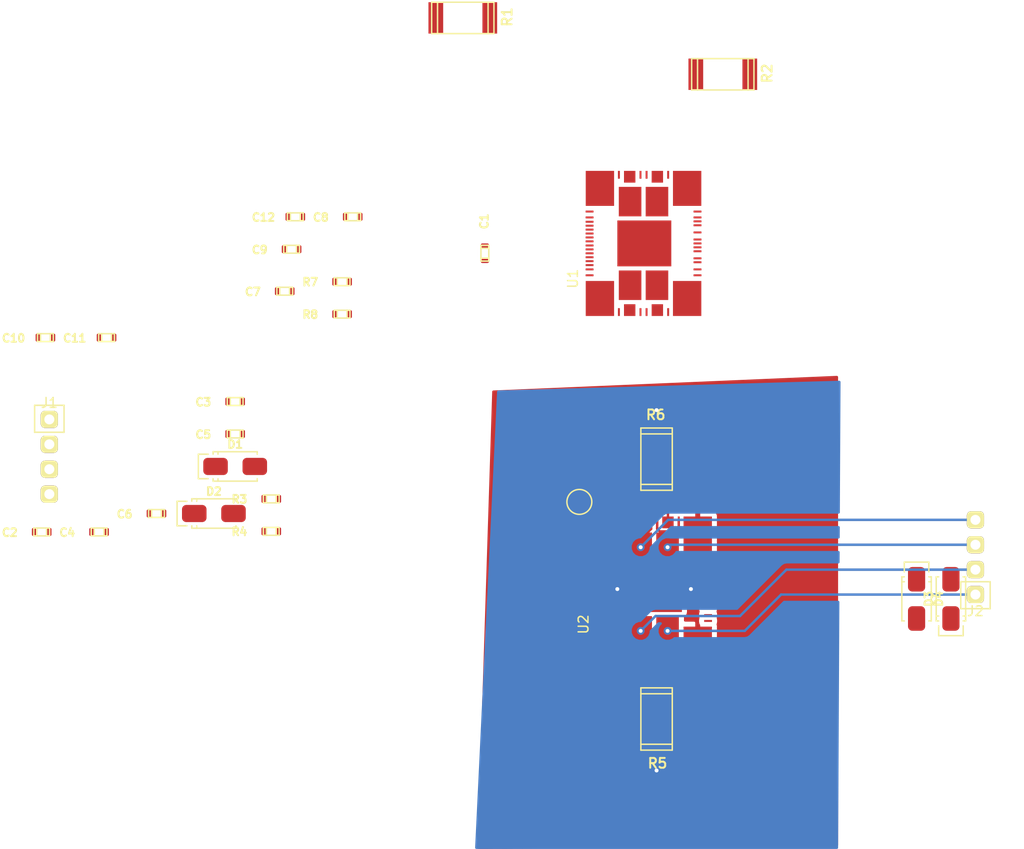
<source format=kicad_pcb>
(kicad_pcb (version 20170123) (host pcbnew "(2017-07-31 revision 816307e)-master")

  (general
    (thickness 1.6)
    (drawings 0)
    (tracks 56)
    (zones 0)
    (modules 28)
    (nets 46)
  )

  (page A4)
  (layers
    (0 F.Cu signal)
    (1 In1.Cu signal)
    (2 In2.Cu signal)
    (31 B.Cu signal)
    (32 B.Adhes user)
    (33 F.Adhes user)
    (34 B.Paste user)
    (35 F.Paste user)
    (36 B.SilkS user)
    (37 F.SilkS user)
    (38 B.Mask user)
    (39 F.Mask user)
    (40 Dwgs.User user)
    (41 Cmts.User user)
    (42 Eco1.User user)
    (43 Eco2.User user)
    (44 Edge.Cuts user)
    (45 Margin user)
    (46 B.CrtYd user)
    (47 F.CrtYd user)
    (48 B.Fab user)
    (49 F.Fab user)
  )

  (setup
    (last_trace_width 0.25)
    (trace_clearance 0.2)
    (zone_clearance 0.508)
    (zone_45_only no)
    (trace_min 0.2)
    (segment_width 0.2)
    (edge_width 0.15)
    (via_size 0.8)
    (via_drill 0.4)
    (via_min_size 0.4)
    (via_min_drill 0.3)
    (uvia_size 0.3)
    (uvia_drill 0.1)
    (uvias_allowed no)
    (uvia_min_size 0.2)
    (uvia_min_drill 0.1)
    (pcb_text_width 0.3)
    (pcb_text_size 1.5 1.5)
    (mod_edge_width 0.15)
    (mod_text_size 1 1)
    (mod_text_width 0.15)
    (pad_size 1.524 1.524)
    (pad_drill 0.762)
    (pad_to_mask_clearance 0.2)
    (aux_axis_origin 0 0)
    (visible_elements FFFFFF7F)
    (pcbplotparams
      (layerselection 0x00030_ffffffff)
      (usegerberextensions false)
      (excludeedgelayer true)
      (linewidth 0.100000)
      (plotframeref false)
      (viasonmask false)
      (mode 1)
      (useauxorigin false)
      (hpglpennumber 1)
      (hpglpenspeed 20)
      (hpglpendiameter 15)
      (psnegative false)
      (psa4output false)
      (plotreference true)
      (plotvalue true)
      (plotinvisibletext false)
      (padsonsilk false)
      (subtractmaskfromsilk false)
      (outputformat 1)
      (mirror false)
      (drillshape 1)
      (scaleselection 1)
      (outputdirectory ""))
  )

  (net 0 "")
  (net 1 GND)
  (net 2 "Net-(C1-Pad2)")
  (net 3 "Net-(C2-Pad2)")
  (net 4 "Net-(C3-Pad1)")
  (net 5 "Net-(C3-Pad2)")
  (net 6 "Net-(C4-Pad2)")
  (net 7 "Net-(C4-Pad1)")
  (net 8 "Net-(C7-Pad2)")
  (net 9 "Net-(C8-Pad2)")
  (net 10 "Net-(C11-Pad2)")
  (net 11 "Net-(C9-Pad1)")
  (net 12 "Net-(C10-Pad1)")
  (net 13 "Net-(C10-Pad2)")
  (net 14 "Net-(J1-Pad1)")
  (net 15 "Net-(J1-Pad2)")
  (net 16 "Net-(J1-Pad3)")
  (net 17 "Net-(J1-Pad4)")
  (net 18 "Net-(J2-Pad4)")
  (net 19 "Net-(J2-Pad3)")
  (net 20 "Net-(J2-Pad2)")
  (net 21 "Net-(J2-Pad1)")
  (net 22 "Net-(R1-Pad1)")
  (net 23 "Net-(R2-Pad1)")
  (net 24 "Net-(R3-Pad2)")
  (net 25 "Net-(R5-Pad1)")
  (net 26 "Net-(R6-Pad1)")
  (net 27 "Net-(R7-Pad2)")
  (net 28 "Net-(U1-Pad63)")
  (net 29 "Net-(U1-Pad64)")
  (net 30 "Net-(U1-Pad15)")
  (net 31 "Net-(U1-Pad16)")
  (net 32 "Net-(U1-Pad17)")
  (net 33 "Net-(U1-Pad18)")
  (net 34 /stepper/~STBY)
  (net 35 /stepper2/SDI)
  (net 36 /stepper/SDI)
  (net 37 /stepper/CK)
  (net 38 /stepper/~CS)
  (net 39 "Net-(U2-Pad63)")
  (net 40 "Net-(U2-Pad64)")
  (net 41 "Net-(U2-Pad15)")
  (net 42 "Net-(U2-Pad16)")
  (net 43 "Net-(U2-Pad17)")
  (net 44 "Net-(U2-Pad18)")
  (net 45 /stepper2/SDO)

  (net_class Default "This is the default net class."
    (clearance 0.2)
    (trace_width 0.25)
    (via_dia 0.8)
    (via_drill 0.4)
    (uvia_dia 0.3)
    (uvia_drill 0.1)
    (add_net /stepper/CK)
    (add_net /stepper/SDI)
    (add_net /stepper/~CS)
    (add_net /stepper/~STBY)
    (add_net /stepper2/SDI)
    (add_net /stepper2/SDO)
    (add_net GND)
    (add_net "Net-(C1-Pad2)")
    (add_net "Net-(C10-Pad1)")
    (add_net "Net-(C10-Pad2)")
    (add_net "Net-(C11-Pad2)")
    (add_net "Net-(C2-Pad2)")
    (add_net "Net-(C3-Pad1)")
    (add_net "Net-(C3-Pad2)")
    (add_net "Net-(C4-Pad1)")
    (add_net "Net-(C4-Pad2)")
    (add_net "Net-(C7-Pad2)")
    (add_net "Net-(C8-Pad2)")
    (add_net "Net-(C9-Pad1)")
    (add_net "Net-(J1-Pad1)")
    (add_net "Net-(J1-Pad2)")
    (add_net "Net-(J1-Pad3)")
    (add_net "Net-(J1-Pad4)")
    (add_net "Net-(J2-Pad1)")
    (add_net "Net-(J2-Pad2)")
    (add_net "Net-(J2-Pad3)")
    (add_net "Net-(J2-Pad4)")
    (add_net "Net-(R1-Pad1)")
    (add_net "Net-(R2-Pad1)")
    (add_net "Net-(R3-Pad2)")
    (add_net "Net-(R5-Pad1)")
    (add_net "Net-(R6-Pad1)")
    (add_net "Net-(R7-Pad2)")
    (add_net "Net-(U1-Pad15)")
    (add_net "Net-(U1-Pad16)")
    (add_net "Net-(U1-Pad17)")
    (add_net "Net-(U1-Pad18)")
    (add_net "Net-(U1-Pad63)")
    (add_net "Net-(U1-Pad64)")
    (add_net "Net-(U2-Pad15)")
    (add_net "Net-(U2-Pad16)")
    (add_net "Net-(U2-Pad17)")
    (add_net "Net-(U2-Pad18)")
    (add_net "Net-(U2-Pad63)")
    (add_net "Net-(U2-Pad64)")
  )

  (module stmbl:VFQFPNPSTEP (layer F.Cu) (tedit 59F13CB9) (tstamp 59F4E9B1)
    (at 137.42 76)
    (path /59F49F2C/59F49F89)
    (fp_text reference U1 (at -7.2 3.6 90) (layer F.SilkS)
      (effects (font (size 1 1) (thickness 0.15)))
    )
    (fp_text value POWERSTEP01 (at -7.2 -4 90) (layer F.Fab)
      (effects (font (size 1 1) (thickness 0.15)))
    )
    (pad E9 smd rect (at 0.08 0) (size 5.5 4.68) (layers F.Cu F.Paste F.Mask))
    (pad E4 smd rect (at 1.37 4.265) (size 2.3 3.01) (layers F.Cu F.Paste F.Mask))
    (pad E3 smd rect (at -1.37 4.265) (size 2.3 3.01) (layers F.Cu F.Paste F.Mask))
    (pad E7 smd rect (at 1.37 -4.265) (size 2.3 3.01) (layers F.Cu F.Paste F.Mask))
    (pad E8 smd rect (at -1.37 -4.265) (size 2.3 3.01) (layers F.Cu F.Paste F.Mask))
    (pad 39 smd rect (at 1.41 6.8) (size 1.16 1.2) (layers F.Cu F.Paste F.Mask))
    (pad 34 smd rect (at -1.41 6.8) (size 1.16 1.2) (layers F.Cu F.Paste F.Mask)
      (net 22 "Net-(R1-Pad1)"))
    (pad 82 smd rect (at -1.41 -6.8) (size 1.16 1.2) (layers F.Cu F.Paste F.Mask))
    (pad 77 smd rect (at 1.41 -6.8) (size 1.16 1.2) (layers F.Cu F.Paste F.Mask)
      (net 23 "Net-(R2-Pad1)"))
    (pad 80 smd rect (at 0.31 -7) (size 0.2 0.8) (layers F.Cu F.Paste F.Mask))
    (pad 81 smd rect (at -0.31 -7) (size 0.2 0.8) (layers F.Cu F.Paste F.Mask))
    (pad 85 smd rect (at -2.51 -7) (size 0.2 0.8) (layers F.Cu F.Paste F.Mask))
    (pad 76 smd rect (at 2.51 -7) (size 0.2 0.8) (layers F.Cu F.Paste F.Mask))
    (pad 38 smd rect (at 0.31 7) (size 0.2 0.8) (layers F.Cu F.Paste F.Mask)
      (net 14 "Net-(J1-Pad1)"))
    (pad 42 smd rect (at 2.51 7) (size 0.2 0.8) (layers F.Cu F.Paste F.Mask))
    (pad 33 smd rect (at -2.51 7) (size 0.2 0.8) (layers F.Cu F.Paste F.Mask))
    (pad 37 smd rect (at -0.31 7) (size 0.2 0.8) (layers F.Cu F.Paste F.Mask))
    (pad 59 smd rect (at 5.5 0 90) (size 0.2 0.8) (layers F.Cu F.Paste F.Mask))
    (pad 60 smd rect (at 5.5 -0.4 90) (size 0.2 0.8) (layers F.Cu F.Paste F.Mask)
      (net 3 "Net-(C2-Pad2)"))
    (pad 61 smd rect (at 5.5 -1.12 90) (size 0.2 0.8) (layers F.Cu F.Paste F.Mask)
      (net 5 "Net-(C3-Pad2)"))
    (pad 62 smd rect (at 5.5 -1.85 90) (size 0.2 0.8) (layers F.Cu F.Paste F.Mask)
      (net 2 "Net-(C1-Pad2)"))
    (pad 63 smd rect (at 5.5 -2.25 90) (size 0.2 0.8) (layers F.Cu F.Paste F.Mask)
      (net 28 "Net-(U1-Pad63)"))
    (pad 64 smd rect (at 5.5 -2.65 90) (size 0.2 0.8) (layers F.Cu F.Paste F.Mask)
      (net 29 "Net-(U1-Pad64)"))
    (pad 65 smd rect (at 5.5 -3.25 90) (size 0.2 0.8) (layers F.Cu F.Paste F.Mask)
      (net 16 "Net-(J1-Pad3)"))
    (pad 58 smd rect (at 5.5 0.4 90) (size 0.2 0.8) (layers F.Cu F.Paste F.Mask)
      (net 3 "Net-(C2-Pad2)"))
    (pad 57 smd rect (at 5.5 0.8 90) (size 0.2 0.8) (layers F.Cu F.Paste F.Mask)
      (net 6 "Net-(C4-Pad2)"))
    (pad 56 smd rect (at 5.5 1.52 90) (size 0.2 0.8) (layers F.Cu F.Paste F.Mask)
      (net 4 "Net-(C3-Pad1)"))
    (pad 55 smd rect (at 5.5 1.92 90) (size 0.2 0.8) (layers F.Cu F.Paste F.Mask))
    (pad 54 smd rect (at 5.5 2.65 90) (size 0.2 0.8) (layers F.Cu F.Paste F.Mask)
      (net 24 "Net-(R3-Pad2)"))
    (pad 53 smd rect (at 5.5 3.25 90) (size 0.2 0.8) (layers F.Cu F.Paste F.Mask))
    (pad 15 smd rect (at -5.5 0.21 90) (size 0.2 0.8) (layers F.Cu F.Paste F.Mask)
      (net 30 "Net-(U1-Pad15)"))
    (pad 16 smd rect (at -5.5 0.61 90) (size 0.2 0.8) (layers F.Cu F.Paste F.Mask)
      (net 31 "Net-(U1-Pad16)"))
    (pad 17 smd rect (at -5.5 1.01 90) (size 0.2 0.8) (layers F.Cu F.Paste F.Mask)
      (net 32 "Net-(U1-Pad17)"))
    (pad 18 smd rect (at -5.5 1.41 90) (size 0.2 0.8) (layers F.Cu F.Paste F.Mask)
      (net 33 "Net-(U1-Pad18)"))
    (pad 19 smd rect (at -5.5 1.81 90) (size 0.2 0.8) (layers F.Cu F.Paste F.Mask)
      (net 34 /stepper/~STBY))
    (pad 20 smd rect (at -5.5 2.21 90) (size 0.2 0.8) (layers F.Cu F.Paste F.Mask)
      (net 22 "Net-(R1-Pad1)"))
    (pad 21 smd rect (at -5.5 2.65 90) (size 0.2 0.8) (layers F.Cu F.Paste F.Mask))
    (pad 22 smd rect (at -5.5 3.25 90) (size 0.2 0.8) (layers F.Cu F.Paste F.Mask)
      (net 15 "Net-(J1-Pad2)"))
    (pad 14 smd rect (at -5.5 -0.21 90) (size 0.2 0.8) (layers F.Cu F.Paste F.Mask)
      (net 35 /stepper2/SDI))
    (pad 13 smd rect (at -5.5 -0.61 90) (size 0.2 0.8) (layers F.Cu F.Paste F.Mask)
      (net 2 "Net-(C1-Pad2)"))
    (pad 12 smd rect (at -5.5 -1.01 90) (size 0.2 0.8) (layers F.Cu F.Paste F.Mask)
      (net 36 /stepper/SDI))
    (pad 11 smd rect (at -5.5 -1.41 90) (size 0.2 0.8) (layers F.Cu F.Paste F.Mask)
      (net 37 /stepper/CK))
    (pad 10 smd rect (at -5.5 -1.81 90) (size 0.2 0.8) (layers F.Cu F.Paste F.Mask)
      (net 38 /stepper/~CS))
    (pad 9 smd rect (at -5.5 -2.21 90) (size 0.2 0.8) (layers F.Cu F.Paste F.Mask)
      (net 23 "Net-(R2-Pad1)"))
    (pad 8 smd rect (at -5.5 -2.65 90) (size 0.2 0.8) (layers F.Cu F.Paste F.Mask)
      (net 1 GND))
    (pad 7 smd rect (at -5.5 -3.25 90) (size 0.2 0.8) (layers F.Cu F.Paste F.Mask)
      (net 17 "Net-(J1-Pad4)"))
    (pad 66 smd rect (at 4.445 -5.615) (size 2.89 3.57) (layers F.Cu F.Paste F.Mask))
    (pad 1 smd rect (at -4.445 -5.615) (size 2.89 3.57) (layers F.Cu F.Paste F.Mask)
      (net 5 "Net-(C3-Pad2)"))
    (pad 23 smd rect (at -4.445 5.615) (size 2.89 3.57) (layers F.Cu F.Paste F.Mask))
    (pad 43 smd rect (at 4.445 5.615) (size 2.89 3.57) (layers F.Cu F.Paste F.Mask))
  )

  (module stmbl:C_0603 (layer F.Cu) (tedit 594E9747) (tstamp 59F568C1)
    (at 76.078952 105.425001)
    (descr "Capacitor SMD 0603, reflow soldering, AVX (see smccp.pdf)")
    (tags "capacitor 0603")
    (path /59F49F2C/59F4BB09)
    (attr smd)
    (fp_text reference C2 (at -3.248 0.064) (layer F.SilkS)
      (effects (font (size 0.8 0.8) (thickness 0.2)))
    )
    (fp_text value C (at 0 1.4) (layer F.Fab)
      (effects (font (size 1 1) (thickness 0.15)))
    )
    (fp_line (start 0.5 -0.4) (end 0.5 0.4) (layer F.SilkS) (width 0.15))
    (fp_line (start -0.5 -0.4) (end -0.5 0.4) (layer F.SilkS) (width 0.15))
    (fp_line (start 0.8 -0.4) (end -0.8 -0.4) (layer F.SilkS) (width 0.15))
    (fp_line (start 0.8 0.4) (end 0.8 -0.4) (layer F.SilkS) (width 0.15))
    (fp_line (start -0.8 0.4) (end 0.8 0.4) (layer F.SilkS) (width 0.15))
    (fp_line (start -0.8 -0.4) (end -0.8 0.4) (layer F.SilkS) (width 0.15))
    (fp_line (start -1.3 -0.6) (end 1.3 -0.6) (layer F.CrtYd) (width 0.05))
    (fp_line (start -1.3 0.6) (end 1.3 0.6) (layer F.CrtYd) (width 0.05))
    (fp_line (start -1.3 -0.6) (end -1.3 0.6) (layer F.CrtYd) (width 0.05))
    (fp_line (start 1.3 -0.6) (end 1.3 0.6) (layer F.CrtYd) (width 0.05))
    (pad 2 smd roundrect (at 0.75 0) (size 0.5 0.8) (layers F.Cu F.Paste F.Mask)(roundrect_rratio 0.25)
      (net 3 "Net-(C2-Pad2)"))
    (pad 1 smd roundrect (at -0.75 0) (size 0.5 0.8) (layers F.Cu F.Paste F.Mask)(roundrect_rratio 0.25)
      (net 1 GND))
    (model Capacitors_SMD.3dshapes/C_0603.wrl
      (at (xyz 0 0 0))
      (scale (xyz 1 1 1))
      (rotate (xyz 0 0 0))
    )
  )

  (module stmbl:C_0603 (layer F.Cu) (tedit 594E9747) (tstamp 59F568D1)
    (at 95.798952 92.125001)
    (descr "Capacitor SMD 0603, reflow soldering, AVX (see smccp.pdf)")
    (tags "capacitor 0603")
    (path /59F49F2C/59F4A539)
    (attr smd)
    (fp_text reference C3 (at -3.248 0.064) (layer F.SilkS)
      (effects (font (size 0.8 0.8) (thickness 0.2)))
    )
    (fp_text value C (at 0 1.4) (layer F.Fab)
      (effects (font (size 1 1) (thickness 0.15)))
    )
    (fp_line (start 1.3 -0.6) (end 1.3 0.6) (layer F.CrtYd) (width 0.05))
    (fp_line (start -1.3 -0.6) (end -1.3 0.6) (layer F.CrtYd) (width 0.05))
    (fp_line (start -1.3 0.6) (end 1.3 0.6) (layer F.CrtYd) (width 0.05))
    (fp_line (start -1.3 -0.6) (end 1.3 -0.6) (layer F.CrtYd) (width 0.05))
    (fp_line (start -0.8 -0.4) (end -0.8 0.4) (layer F.SilkS) (width 0.15))
    (fp_line (start -0.8 0.4) (end 0.8 0.4) (layer F.SilkS) (width 0.15))
    (fp_line (start 0.8 0.4) (end 0.8 -0.4) (layer F.SilkS) (width 0.15))
    (fp_line (start 0.8 -0.4) (end -0.8 -0.4) (layer F.SilkS) (width 0.15))
    (fp_line (start -0.5 -0.4) (end -0.5 0.4) (layer F.SilkS) (width 0.15))
    (fp_line (start 0.5 -0.4) (end 0.5 0.4) (layer F.SilkS) (width 0.15))
    (pad 1 smd roundrect (at -0.75 0) (size 0.5 0.8) (layers F.Cu F.Paste F.Mask)(roundrect_rratio 0.25)
      (net 4 "Net-(C3-Pad1)"))
    (pad 2 smd roundrect (at 0.75 0) (size 0.5 0.8) (layers F.Cu F.Paste F.Mask)(roundrect_rratio 0.25)
      (net 5 "Net-(C3-Pad2)"))
    (model Capacitors_SMD.3dshapes/C_0603.wrl
      (at (xyz 0 0 0))
      (scale (xyz 1 1 1))
      (rotate (xyz 0 0 0))
    )
  )

  (module stmbl:C_0603 (layer F.Cu) (tedit 594E9747) (tstamp 59F568E1)
    (at 81.928952 105.425001)
    (descr "Capacitor SMD 0603, reflow soldering, AVX (see smccp.pdf)")
    (tags "capacitor 0603")
    (path /59F49F2C/59F4A42C)
    (attr smd)
    (fp_text reference C4 (at -3.248 0.064) (layer F.SilkS)
      (effects (font (size 0.8 0.8) (thickness 0.2)))
    )
    (fp_text value C (at 0 1.4) (layer F.Fab)
      (effects (font (size 1 1) (thickness 0.15)))
    )
    (fp_line (start 0.5 -0.4) (end 0.5 0.4) (layer F.SilkS) (width 0.15))
    (fp_line (start -0.5 -0.4) (end -0.5 0.4) (layer F.SilkS) (width 0.15))
    (fp_line (start 0.8 -0.4) (end -0.8 -0.4) (layer F.SilkS) (width 0.15))
    (fp_line (start 0.8 0.4) (end 0.8 -0.4) (layer F.SilkS) (width 0.15))
    (fp_line (start -0.8 0.4) (end 0.8 0.4) (layer F.SilkS) (width 0.15))
    (fp_line (start -0.8 -0.4) (end -0.8 0.4) (layer F.SilkS) (width 0.15))
    (fp_line (start -1.3 -0.6) (end 1.3 -0.6) (layer F.CrtYd) (width 0.05))
    (fp_line (start -1.3 0.6) (end 1.3 0.6) (layer F.CrtYd) (width 0.05))
    (fp_line (start -1.3 -0.6) (end -1.3 0.6) (layer F.CrtYd) (width 0.05))
    (fp_line (start 1.3 -0.6) (end 1.3 0.6) (layer F.CrtYd) (width 0.05))
    (pad 2 smd roundrect (at 0.75 0) (size 0.5 0.8) (layers F.Cu F.Paste F.Mask)(roundrect_rratio 0.25)
      (net 6 "Net-(C4-Pad2)"))
    (pad 1 smd roundrect (at -0.75 0) (size 0.5 0.8) (layers F.Cu F.Paste F.Mask)(roundrect_rratio 0.25)
      (net 7 "Net-(C4-Pad1)"))
    (model Capacitors_SMD.3dshapes/C_0603.wrl
      (at (xyz 0 0 0))
      (scale (xyz 1 1 1))
      (rotate (xyz 0 0 0))
    )
  )

  (module stmbl:C_0603 (layer F.Cu) (tedit 594E9747) (tstamp 59F568F1)
    (at 95.798952 95.435001)
    (descr "Capacitor SMD 0603, reflow soldering, AVX (see smccp.pdf)")
    (tags "capacitor 0603")
    (path /59F49F2C/59F4A5C9)
    (attr smd)
    (fp_text reference C5 (at -3.248 0.064) (layer F.SilkS)
      (effects (font (size 0.8 0.8) (thickness 0.2)))
    )
    (fp_text value C (at 0 1.4) (layer F.Fab)
      (effects (font (size 1 1) (thickness 0.15)))
    )
    (fp_line (start 0.5 -0.4) (end 0.5 0.4) (layer F.SilkS) (width 0.15))
    (fp_line (start -0.5 -0.4) (end -0.5 0.4) (layer F.SilkS) (width 0.15))
    (fp_line (start 0.8 -0.4) (end -0.8 -0.4) (layer F.SilkS) (width 0.15))
    (fp_line (start 0.8 0.4) (end 0.8 -0.4) (layer F.SilkS) (width 0.15))
    (fp_line (start -0.8 0.4) (end 0.8 0.4) (layer F.SilkS) (width 0.15))
    (fp_line (start -0.8 -0.4) (end -0.8 0.4) (layer F.SilkS) (width 0.15))
    (fp_line (start -1.3 -0.6) (end 1.3 -0.6) (layer F.CrtYd) (width 0.05))
    (fp_line (start -1.3 0.6) (end 1.3 0.6) (layer F.CrtYd) (width 0.05))
    (fp_line (start -1.3 -0.6) (end -1.3 0.6) (layer F.CrtYd) (width 0.05))
    (fp_line (start 1.3 -0.6) (end 1.3 0.6) (layer F.CrtYd) (width 0.05))
    (pad 2 smd roundrect (at 0.75 0) (size 0.5 0.8) (layers F.Cu F.Paste F.Mask)(roundrect_rratio 0.25)
      (net 5 "Net-(C3-Pad2)"))
    (pad 1 smd roundrect (at -0.75 0) (size 0.5 0.8) (layers F.Cu F.Paste F.Mask)(roundrect_rratio 0.25)
      (net 1 GND))
    (model Capacitors_SMD.3dshapes/C_0603.wrl
      (at (xyz 0 0 0))
      (scale (xyz 1 1 1))
      (rotate (xyz 0 0 0))
    )
  )

  (module stmbl:C_0603 (layer F.Cu) (tedit 594E9747) (tstamp 59F56901)
    (at 87.778952 103.545001)
    (descr "Capacitor SMD 0603, reflow soldering, AVX (see smccp.pdf)")
    (tags "capacitor 0603")
    (path /59F49F2C/59F4B6B3)
    (attr smd)
    (fp_text reference C6 (at -3.248 0.064) (layer F.SilkS)
      (effects (font (size 0.8 0.8) (thickness 0.2)))
    )
    (fp_text value C (at 0 1.4) (layer F.Fab)
      (effects (font (size 1 1) (thickness 0.15)))
    )
    (fp_line (start 1.3 -0.6) (end 1.3 0.6) (layer F.CrtYd) (width 0.05))
    (fp_line (start -1.3 -0.6) (end -1.3 0.6) (layer F.CrtYd) (width 0.05))
    (fp_line (start -1.3 0.6) (end 1.3 0.6) (layer F.CrtYd) (width 0.05))
    (fp_line (start -1.3 -0.6) (end 1.3 -0.6) (layer F.CrtYd) (width 0.05))
    (fp_line (start -0.8 -0.4) (end -0.8 0.4) (layer F.SilkS) (width 0.15))
    (fp_line (start -0.8 0.4) (end 0.8 0.4) (layer F.SilkS) (width 0.15))
    (fp_line (start 0.8 0.4) (end 0.8 -0.4) (layer F.SilkS) (width 0.15))
    (fp_line (start 0.8 -0.4) (end -0.8 -0.4) (layer F.SilkS) (width 0.15))
    (fp_line (start -0.5 -0.4) (end -0.5 0.4) (layer F.SilkS) (width 0.15))
    (fp_line (start 0.5 -0.4) (end 0.5 0.4) (layer F.SilkS) (width 0.15))
    (pad 1 smd roundrect (at -0.75 0) (size 0.5 0.8) (layers F.Cu F.Paste F.Mask)(roundrect_rratio 0.25)
      (net 1 GND))
    (pad 2 smd roundrect (at 0.75 0) (size 0.5 0.8) (layers F.Cu F.Paste F.Mask)(roundrect_rratio 0.25)
      (net 5 "Net-(C3-Pad2)"))
    (model Capacitors_SMD.3dshapes/C_0603.wrl
      (at (xyz 0 0 0))
      (scale (xyz 1 1 1))
      (rotate (xyz 0 0 0))
    )
  )

  (module stmbl:C_0603 (layer F.Cu) (tedit 594E9747) (tstamp 59F56911)
    (at 100.848952 80.875001)
    (descr "Capacitor SMD 0603, reflow soldering, AVX (see smccp.pdf)")
    (tags "capacitor 0603")
    (path /59F4C6C6/59F4BB44)
    (attr smd)
    (fp_text reference C7 (at -3.248 0.064) (layer F.SilkS)
      (effects (font (size 0.8 0.8) (thickness 0.2)))
    )
    (fp_text value C (at 0 1.4) (layer F.Fab)
      (effects (font (size 1 1) (thickness 0.15)))
    )
    (fp_line (start 0.5 -0.4) (end 0.5 0.4) (layer F.SilkS) (width 0.15))
    (fp_line (start -0.5 -0.4) (end -0.5 0.4) (layer F.SilkS) (width 0.15))
    (fp_line (start 0.8 -0.4) (end -0.8 -0.4) (layer F.SilkS) (width 0.15))
    (fp_line (start 0.8 0.4) (end 0.8 -0.4) (layer F.SilkS) (width 0.15))
    (fp_line (start -0.8 0.4) (end 0.8 0.4) (layer F.SilkS) (width 0.15))
    (fp_line (start -0.8 -0.4) (end -0.8 0.4) (layer F.SilkS) (width 0.15))
    (fp_line (start -1.3 -0.6) (end 1.3 -0.6) (layer F.CrtYd) (width 0.05))
    (fp_line (start -1.3 0.6) (end 1.3 0.6) (layer F.CrtYd) (width 0.05))
    (fp_line (start -1.3 -0.6) (end -1.3 0.6) (layer F.CrtYd) (width 0.05))
    (fp_line (start 1.3 -0.6) (end 1.3 0.6) (layer F.CrtYd) (width 0.05))
    (pad 2 smd roundrect (at 0.75 0) (size 0.5 0.8) (layers F.Cu F.Paste F.Mask)(roundrect_rratio 0.25)
      (net 8 "Net-(C7-Pad2)"))
    (pad 1 smd roundrect (at -0.75 0) (size 0.5 0.8) (layers F.Cu F.Paste F.Mask)(roundrect_rratio 0.25)
      (net 1 GND))
    (model Capacitors_SMD.3dshapes/C_0603.wrl
      (at (xyz 0 0 0))
      (scale (xyz 1 1 1))
      (rotate (xyz 0 0 0))
    )
  )

  (module stmbl:C_0603 (layer F.Cu) (tedit 594E9747) (tstamp 59F56921)
    (at 107.778952 73.285001)
    (descr "Capacitor SMD 0603, reflow soldering, AVX (see smccp.pdf)")
    (tags "capacitor 0603")
    (path /59F4C6C6/59F4BB09)
    (attr smd)
    (fp_text reference C8 (at -3.248 0.064) (layer F.SilkS)
      (effects (font (size 0.8 0.8) (thickness 0.2)))
    )
    (fp_text value C (at 0 1.4) (layer F.Fab)
      (effects (font (size 1 1) (thickness 0.15)))
    )
    (fp_line (start 1.3 -0.6) (end 1.3 0.6) (layer F.CrtYd) (width 0.05))
    (fp_line (start -1.3 -0.6) (end -1.3 0.6) (layer F.CrtYd) (width 0.05))
    (fp_line (start -1.3 0.6) (end 1.3 0.6) (layer F.CrtYd) (width 0.05))
    (fp_line (start -1.3 -0.6) (end 1.3 -0.6) (layer F.CrtYd) (width 0.05))
    (fp_line (start -0.8 -0.4) (end -0.8 0.4) (layer F.SilkS) (width 0.15))
    (fp_line (start -0.8 0.4) (end 0.8 0.4) (layer F.SilkS) (width 0.15))
    (fp_line (start 0.8 0.4) (end 0.8 -0.4) (layer F.SilkS) (width 0.15))
    (fp_line (start 0.8 -0.4) (end -0.8 -0.4) (layer F.SilkS) (width 0.15))
    (fp_line (start -0.5 -0.4) (end -0.5 0.4) (layer F.SilkS) (width 0.15))
    (fp_line (start 0.5 -0.4) (end 0.5 0.4) (layer F.SilkS) (width 0.15))
    (pad 1 smd roundrect (at -0.75 0) (size 0.5 0.8) (layers F.Cu F.Paste F.Mask)(roundrect_rratio 0.25)
      (net 1 GND))
    (pad 2 smd roundrect (at 0.75 0) (size 0.5 0.8) (layers F.Cu F.Paste F.Mask)(roundrect_rratio 0.25)
      (net 9 "Net-(C8-Pad2)"))
    (model Capacitors_SMD.3dshapes/C_0603.wrl
      (at (xyz 0 0 0))
      (scale (xyz 1 1 1))
      (rotate (xyz 0 0 0))
    )
  )

  (module stmbl:C_0603 (layer F.Cu) (tedit 594E9747) (tstamp 59F56931)
    (at 101.548952 76.595001)
    (descr "Capacitor SMD 0603, reflow soldering, AVX (see smccp.pdf)")
    (tags "capacitor 0603")
    (path /59F4C6C6/59F4A539)
    (attr smd)
    (fp_text reference C9 (at -3.248 0.064) (layer F.SilkS)
      (effects (font (size 0.8 0.8) (thickness 0.2)))
    )
    (fp_text value C (at 0 1.4) (layer F.Fab)
      (effects (font (size 1 1) (thickness 0.15)))
    )
    (fp_line (start 0.5 -0.4) (end 0.5 0.4) (layer F.SilkS) (width 0.15))
    (fp_line (start -0.5 -0.4) (end -0.5 0.4) (layer F.SilkS) (width 0.15))
    (fp_line (start 0.8 -0.4) (end -0.8 -0.4) (layer F.SilkS) (width 0.15))
    (fp_line (start 0.8 0.4) (end 0.8 -0.4) (layer F.SilkS) (width 0.15))
    (fp_line (start -0.8 0.4) (end 0.8 0.4) (layer F.SilkS) (width 0.15))
    (fp_line (start -0.8 -0.4) (end -0.8 0.4) (layer F.SilkS) (width 0.15))
    (fp_line (start -1.3 -0.6) (end 1.3 -0.6) (layer F.CrtYd) (width 0.05))
    (fp_line (start -1.3 0.6) (end 1.3 0.6) (layer F.CrtYd) (width 0.05))
    (fp_line (start -1.3 -0.6) (end -1.3 0.6) (layer F.CrtYd) (width 0.05))
    (fp_line (start 1.3 -0.6) (end 1.3 0.6) (layer F.CrtYd) (width 0.05))
    (pad 2 smd roundrect (at 0.75 0) (size 0.5 0.8) (layers F.Cu F.Paste F.Mask)(roundrect_rratio 0.25)
      (net 10 "Net-(C11-Pad2)"))
    (pad 1 smd roundrect (at -0.75 0) (size 0.5 0.8) (layers F.Cu F.Paste F.Mask)(roundrect_rratio 0.25)
      (net 11 "Net-(C9-Pad1)"))
    (model Capacitors_SMD.3dshapes/C_0603.wrl
      (at (xyz 0 0 0))
      (scale (xyz 1 1 1))
      (rotate (xyz 0 0 0))
    )
  )

  (module stmbl:C_0603 (layer F.Cu) (tedit 594E9747) (tstamp 59F56941)
    (at 76.459905 85.605001)
    (descr "Capacitor SMD 0603, reflow soldering, AVX (see smccp.pdf)")
    (tags "capacitor 0603")
    (path /59F4C6C6/59F4A42C)
    (attr smd)
    (fp_text reference C10 (at -3.248 0.064) (layer F.SilkS)
      (effects (font (size 0.8 0.8) (thickness 0.2)))
    )
    (fp_text value C (at 0 1.4) (layer F.Fab)
      (effects (font (size 1 1) (thickness 0.15)))
    )
    (fp_line (start 1.3 -0.6) (end 1.3 0.6) (layer F.CrtYd) (width 0.05))
    (fp_line (start -1.3 -0.6) (end -1.3 0.6) (layer F.CrtYd) (width 0.05))
    (fp_line (start -1.3 0.6) (end 1.3 0.6) (layer F.CrtYd) (width 0.05))
    (fp_line (start -1.3 -0.6) (end 1.3 -0.6) (layer F.CrtYd) (width 0.05))
    (fp_line (start -0.8 -0.4) (end -0.8 0.4) (layer F.SilkS) (width 0.15))
    (fp_line (start -0.8 0.4) (end 0.8 0.4) (layer F.SilkS) (width 0.15))
    (fp_line (start 0.8 0.4) (end 0.8 -0.4) (layer F.SilkS) (width 0.15))
    (fp_line (start 0.8 -0.4) (end -0.8 -0.4) (layer F.SilkS) (width 0.15))
    (fp_line (start -0.5 -0.4) (end -0.5 0.4) (layer F.SilkS) (width 0.15))
    (fp_line (start 0.5 -0.4) (end 0.5 0.4) (layer F.SilkS) (width 0.15))
    (pad 1 smd roundrect (at -0.75 0) (size 0.5 0.8) (layers F.Cu F.Paste F.Mask)(roundrect_rratio 0.25)
      (net 12 "Net-(C10-Pad1)"))
    (pad 2 smd roundrect (at 0.75 0) (size 0.5 0.8) (layers F.Cu F.Paste F.Mask)(roundrect_rratio 0.25)
      (net 13 "Net-(C10-Pad2)"))
    (model Capacitors_SMD.3dshapes/C_0603.wrl
      (at (xyz 0 0 0))
      (scale (xyz 1 1 1))
      (rotate (xyz 0 0 0))
    )
  )

  (module stmbl:C_0603 (layer F.Cu) (tedit 594E9747) (tstamp 59F56951)
    (at 82.689905 85.605001)
    (descr "Capacitor SMD 0603, reflow soldering, AVX (see smccp.pdf)")
    (tags "capacitor 0603")
    (path /59F4C6C6/59F4A5C9)
    (attr smd)
    (fp_text reference C11 (at -3.248 0.064) (layer F.SilkS)
      (effects (font (size 0.8 0.8) (thickness 0.2)))
    )
    (fp_text value C (at 0 1.4) (layer F.Fab)
      (effects (font (size 1 1) (thickness 0.15)))
    )
    (fp_line (start 1.3 -0.6) (end 1.3 0.6) (layer F.CrtYd) (width 0.05))
    (fp_line (start -1.3 -0.6) (end -1.3 0.6) (layer F.CrtYd) (width 0.05))
    (fp_line (start -1.3 0.6) (end 1.3 0.6) (layer F.CrtYd) (width 0.05))
    (fp_line (start -1.3 -0.6) (end 1.3 -0.6) (layer F.CrtYd) (width 0.05))
    (fp_line (start -0.8 -0.4) (end -0.8 0.4) (layer F.SilkS) (width 0.15))
    (fp_line (start -0.8 0.4) (end 0.8 0.4) (layer F.SilkS) (width 0.15))
    (fp_line (start 0.8 0.4) (end 0.8 -0.4) (layer F.SilkS) (width 0.15))
    (fp_line (start 0.8 -0.4) (end -0.8 -0.4) (layer F.SilkS) (width 0.15))
    (fp_line (start -0.5 -0.4) (end -0.5 0.4) (layer F.SilkS) (width 0.15))
    (fp_line (start 0.5 -0.4) (end 0.5 0.4) (layer F.SilkS) (width 0.15))
    (pad 1 smd roundrect (at -0.75 0) (size 0.5 0.8) (layers F.Cu F.Paste F.Mask)(roundrect_rratio 0.25)
      (net 1 GND))
    (pad 2 smd roundrect (at 0.75 0) (size 0.5 0.8) (layers F.Cu F.Paste F.Mask)(roundrect_rratio 0.25)
      (net 10 "Net-(C11-Pad2)"))
    (model Capacitors_SMD.3dshapes/C_0603.wrl
      (at (xyz 0 0 0))
      (scale (xyz 1 1 1))
      (rotate (xyz 0 0 0))
    )
  )

  (module stmbl:C_0603 (layer F.Cu) (tedit 594E9747) (tstamp 59F56961)
    (at 101.929905 73.285001)
    (descr "Capacitor SMD 0603, reflow soldering, AVX (see smccp.pdf)")
    (tags "capacitor 0603")
    (path /59F4C6C6/59F4B6B3)
    (attr smd)
    (fp_text reference C12 (at -3.248 0.064) (layer F.SilkS)
      (effects (font (size 0.8 0.8) (thickness 0.2)))
    )
    (fp_text value C (at 0 1.4) (layer F.Fab)
      (effects (font (size 1 1) (thickness 0.15)))
    )
    (fp_line (start 0.5 -0.4) (end 0.5 0.4) (layer F.SilkS) (width 0.15))
    (fp_line (start -0.5 -0.4) (end -0.5 0.4) (layer F.SilkS) (width 0.15))
    (fp_line (start 0.8 -0.4) (end -0.8 -0.4) (layer F.SilkS) (width 0.15))
    (fp_line (start 0.8 0.4) (end 0.8 -0.4) (layer F.SilkS) (width 0.15))
    (fp_line (start -0.8 0.4) (end 0.8 0.4) (layer F.SilkS) (width 0.15))
    (fp_line (start -0.8 -0.4) (end -0.8 0.4) (layer F.SilkS) (width 0.15))
    (fp_line (start -1.3 -0.6) (end 1.3 -0.6) (layer F.CrtYd) (width 0.05))
    (fp_line (start -1.3 0.6) (end 1.3 0.6) (layer F.CrtYd) (width 0.05))
    (fp_line (start -1.3 -0.6) (end -1.3 0.6) (layer F.CrtYd) (width 0.05))
    (fp_line (start 1.3 -0.6) (end 1.3 0.6) (layer F.CrtYd) (width 0.05))
    (pad 2 smd roundrect (at 0.75 0) (size 0.5 0.8) (layers F.Cu F.Paste F.Mask)(roundrect_rratio 0.25)
      (net 10 "Net-(C11-Pad2)"))
    (pad 1 smd roundrect (at -0.75 0) (size 0.5 0.8) (layers F.Cu F.Paste F.Mask)(roundrect_rratio 0.25)
      (net 1 GND))
    (model Capacitors_SMD.3dshapes/C_0603.wrl
      (at (xyz 0 0 0))
      (scale (xyz 1 1 1))
      (rotate (xyz 0 0 0))
    )
  )

  (module stmbl:CONN_1x04_2.54 (layer F.Cu) (tedit 593CA5FE) (tstamp 59F569B1)
    (at 76.858333 97.7575)
    (descr "Through hole pin header")
    (tags "pin header")
    (path /59F49F2C/59F4B2B2)
    (fp_text reference J1 (at 0 -5.5) (layer F.SilkS)
      (effects (font (size 1 1) (thickness 0.15)))
    )
    (fp_text value CONN_01X04 (at 0 5.75) (layer F.Fab)
      (effects (font (size 1 1) (thickness 0.15)))
    )
    (fp_line (start -1.5 -5.25) (end 1.5 -5.25) (layer F.CrtYd) (width 0.15))
    (fp_line (start 1.5 -5.25) (end 1.5 5.25) (layer F.CrtYd) (width 0.15))
    (fp_line (start 1.5 5.25) (end -1.5 5.25) (layer F.CrtYd) (width 0.15))
    (fp_line (start -1.5 5.25) (end -1.5 -5.25) (layer F.CrtYd) (width 0.15))
    (fp_line (start -1.5 -5.25) (end 1.5 -5.25) (layer F.SilkS) (width 0.15))
    (fp_line (start 1.5 -5.25) (end 1.5 -2.5) (layer F.SilkS) (width 0.15))
    (fp_line (start 1.5 -2.5) (end -1.5 -2.5) (layer F.SilkS) (width 0.15))
    (fp_line (start -1.5 -2.5) (end -1.5 -5.25) (layer F.SilkS) (width 0.15))
    (pad 1 thru_hole roundrect (at 0 -3.81) (size 1.75 1.75) (drill 1.016) (layers *.Cu *.Mask F.SilkS)(roundrect_rratio 0.25)
      (net 14 "Net-(J1-Pad1)"))
    (pad 2 thru_hole roundrect (at 0 -1.27) (size 1.75 1.75) (drill 1.016) (layers *.Cu *.Mask F.SilkS)(roundrect_rratio 0.25)
      (net 15 "Net-(J1-Pad2)"))
    (pad 3 thru_hole roundrect (at 0 1.27) (size 1.75 1.75) (drill 1.016) (layers *.Cu *.Mask F.SilkS)(roundrect_rratio 0.25)
      (net 16 "Net-(J1-Pad3)"))
    (pad 4 thru_hole roundrect (at 0 3.81) (size 1.75 1.75) (drill 1.016) (layers *.Cu *.Mask F.SilkS)(roundrect_rratio 0.25)
      (net 17 "Net-(J1-Pad4)"))
    (model Pin_Headers.3dshapes/Pin_Header_Straight_1x04.wrl
      (at (xyz 0 -0.15 0))
      (scale (xyz 1 1 1))
      (rotate (xyz 0 0 90))
    )
  )

  (module stmbl:CONN_1x04_2.54 (layer F.Cu) (tedit 593CA5FE) (tstamp 59F569C1)
    (at 171.25 108 180)
    (descr "Through hole pin header")
    (tags "pin header")
    (path /59F4C6C6/59F4B2B2)
    (fp_text reference J2 (at 0 -5.5 180) (layer F.SilkS)
      (effects (font (size 1 1) (thickness 0.15)))
    )
    (fp_text value CONN_01X04 (at 0 5.75 180) (layer F.Fab)
      (effects (font (size 1 1) (thickness 0.15)))
    )
    (fp_line (start -1.5 -2.5) (end -1.5 -5.25) (layer F.SilkS) (width 0.15))
    (fp_line (start 1.5 -2.5) (end -1.5 -2.5) (layer F.SilkS) (width 0.15))
    (fp_line (start 1.5 -5.25) (end 1.5 -2.5) (layer F.SilkS) (width 0.15))
    (fp_line (start -1.5 -5.25) (end 1.5 -5.25) (layer F.SilkS) (width 0.15))
    (fp_line (start -1.5 5.25) (end -1.5 -5.25) (layer F.CrtYd) (width 0.15))
    (fp_line (start 1.5 5.25) (end -1.5 5.25) (layer F.CrtYd) (width 0.15))
    (fp_line (start 1.5 -5.25) (end 1.5 5.25) (layer F.CrtYd) (width 0.15))
    (fp_line (start -1.5 -5.25) (end 1.5 -5.25) (layer F.CrtYd) (width 0.15))
    (pad 4 thru_hole roundrect (at 0 3.81 180) (size 1.75 1.75) (drill 1.016) (layers *.Cu *.Mask F.SilkS)(roundrect_rratio 0.25)
      (net 18 "Net-(J2-Pad4)"))
    (pad 3 thru_hole roundrect (at 0 1.27 180) (size 1.75 1.75) (drill 1.016) (layers *.Cu *.Mask F.SilkS)(roundrect_rratio 0.25)
      (net 19 "Net-(J2-Pad3)"))
    (pad 2 thru_hole roundrect (at 0 -1.27 180) (size 1.75 1.75) (drill 1.016) (layers *.Cu *.Mask F.SilkS)(roundrect_rratio 0.25)
      (net 20 "Net-(J2-Pad2)"))
    (pad 1 thru_hole roundrect (at 0 -3.81 180) (size 1.75 1.75) (drill 1.016) (layers *.Cu *.Mask F.SilkS)(roundrect_rratio 0.25)
      (net 21 "Net-(J2-Pad1)"))
    (model Pin_Headers.3dshapes/Pin_Header_Straight_1x04.wrl
      (at (xyz 0 -0.15 0))
      (scale (xyz 1 1 1))
      (rotate (xyz 0 0 90))
    )
  )

  (module stmbl:R_2512 (layer F.Cu) (tedit 588668FC) (tstamp 59F569D1)
    (at 119 53)
    (descr "Resistor SMD 2512, reflow soldering, Vishay (see dcrcw.pdf)")
    (tags "resistor 2512")
    (path /59F49F2C/59F4A079)
    (attr smd)
    (fp_text reference R1 (at 4.518 -0.09 -270) (layer F.SilkS)
      (effects (font (size 1 1) (thickness 0.2)))
    )
    (fp_text value R (at 0 2.6) (layer F.Fab)
      (effects (font (size 1 1) (thickness 0.15)))
    )
    (fp_line (start 2.575 1.6) (end 2.575 -1.6) (layer F.SilkS) (width 0.15))
    (fp_line (start -2.575 -1.6) (end -2.575 1.6) (layer F.SilkS) (width 0.15))
    (fp_line (start 3.175 -1.6) (end -3.175 -1.6) (layer F.SilkS) (width 0.15))
    (fp_line (start 3.175 1.6) (end 3.175 -1.6) (layer F.SilkS) (width 0.15))
    (fp_line (start -3.175 1.6) (end 3.175 1.6) (layer F.SilkS) (width 0.15))
    (fp_line (start -3.175 -1.6) (end -3.175 1.6) (layer F.SilkS) (width 0.15))
    (fp_line (start -3.8 -1.8) (end 3.8 -1.8) (layer F.CrtYd) (width 0.05))
    (fp_line (start -3.8 1.8) (end 3.8 1.8) (layer F.CrtYd) (width 0.05))
    (fp_line (start -3.8 -1.8) (end -3.8 1.8) (layer F.CrtYd) (width 0.05))
    (fp_line (start 3.8 -1.8) (end 3.8 1.8) (layer F.CrtYd) (width 0.05))
    (pad 2 smd rect (at 2.75 0) (size 1.5 3.2) (layers F.Cu F.Paste F.Mask)
      (net 1 GND) (solder_mask_margin 0.1) (zone_connect 2))
    (pad 1 smd rect (at -2.75 0) (size 1.5 3.2) (layers F.Cu F.Paste F.Mask)
      (net 22 "Net-(R1-Pad1)") (solder_mask_margin 0.1) (zone_connect 2))
    (model Resistors_SMD.3dshapes/R_2512.wrl
      (at (xyz 0 0 0))
      (scale (xyz 1 1 1))
      (rotate (xyz 0 0 0))
    )
  )

  (module stmbl:R_2512 (layer F.Cu) (tedit 588668FC) (tstamp 59F569E1)
    (at 145.5 58.75)
    (descr "Resistor SMD 2512, reflow soldering, Vishay (see dcrcw.pdf)")
    (tags "resistor 2512")
    (path /59F49F2C/59F4A11F)
    (attr smd)
    (fp_text reference R2 (at 4.518 -0.09 -270) (layer F.SilkS)
      (effects (font (size 1 1) (thickness 0.2)))
    )
    (fp_text value R (at 0 2.6) (layer F.Fab)
      (effects (font (size 1 1) (thickness 0.15)))
    )
    (fp_line (start 3.8 -1.8) (end 3.8 1.8) (layer F.CrtYd) (width 0.05))
    (fp_line (start -3.8 -1.8) (end -3.8 1.8) (layer F.CrtYd) (width 0.05))
    (fp_line (start -3.8 1.8) (end 3.8 1.8) (layer F.CrtYd) (width 0.05))
    (fp_line (start -3.8 -1.8) (end 3.8 -1.8) (layer F.CrtYd) (width 0.05))
    (fp_line (start -3.175 -1.6) (end -3.175 1.6) (layer F.SilkS) (width 0.15))
    (fp_line (start -3.175 1.6) (end 3.175 1.6) (layer F.SilkS) (width 0.15))
    (fp_line (start 3.175 1.6) (end 3.175 -1.6) (layer F.SilkS) (width 0.15))
    (fp_line (start 3.175 -1.6) (end -3.175 -1.6) (layer F.SilkS) (width 0.15))
    (fp_line (start -2.575 -1.6) (end -2.575 1.6) (layer F.SilkS) (width 0.15))
    (fp_line (start 2.575 1.6) (end 2.575 -1.6) (layer F.SilkS) (width 0.15))
    (pad 1 smd rect (at -2.75 0) (size 1.5 3.2) (layers F.Cu F.Paste F.Mask)
      (net 23 "Net-(R2-Pad1)") (solder_mask_margin 0.1) (zone_connect 2))
    (pad 2 smd rect (at 2.75 0) (size 1.5 3.2) (layers F.Cu F.Paste F.Mask)
      (net 1 GND) (solder_mask_margin 0.1) (zone_connect 2))
    (model Resistors_SMD.3dshapes/R_2512.wrl
      (at (xyz 0 0 0))
      (scale (xyz 1 1 1))
      (rotate (xyz 0 0 0))
    )
  )

  (module stmbl:R_0603 (layer F.Cu) (tedit 594E9801) (tstamp 59F569F1)
    (at 99.478952 102.055001)
    (descr "Resistor SMD 0603, reflow soldering, Vishay (see dcrcw.pdf)")
    (tags "resistor 0603")
    (path /59F49F2C/59F4A876)
    (attr smd)
    (fp_text reference R3 (at -3.248 0.04) (layer F.SilkS)
      (effects (font (size 0.8 0.8) (thickness 0.2)))
    )
    (fp_text value R (at 0 1.4) (layer F.Fab)
      (effects (font (size 1 1) (thickness 0.15)))
    )
    (fp_line (start 1.3 -0.6) (end 1.3 0.6) (layer F.CrtYd) (width 0.05))
    (fp_line (start -1.3 -0.6) (end -1.3 0.6) (layer F.CrtYd) (width 0.05))
    (fp_line (start -1.3 0.6) (end 1.3 0.6) (layer F.CrtYd) (width 0.05))
    (fp_line (start -1.3 -0.6) (end 1.3 -0.6) (layer F.CrtYd) (width 0.05))
    (fp_line (start -0.8 -0.4) (end -0.8 0.4) (layer F.SilkS) (width 0.15))
    (fp_line (start -0.8 0.4) (end 0.8 0.4) (layer F.SilkS) (width 0.15))
    (fp_line (start 0.8 0.4) (end 0.8 -0.4) (layer F.SilkS) (width 0.15))
    (fp_line (start 0.8 -0.4) (end -0.8 -0.4) (layer F.SilkS) (width 0.15))
    (fp_line (start -0.5 -0.4) (end -0.5 0.4) (layer F.SilkS) (width 0.15))
    (fp_line (start 0.5 -0.4) (end 0.5 0.4) (layer F.SilkS) (width 0.15))
    (pad 1 smd roundrect (at -0.75 0) (size 0.5 0.8) (layers F.Cu F.Paste F.Mask)(roundrect_rratio 0.25)
      (net 5 "Net-(C3-Pad2)"))
    (pad 2 smd roundrect (at 0.75 0) (size 0.5 0.8) (layers F.Cu F.Paste F.Mask)(roundrect_rratio 0.25)
      (net 24 "Net-(R3-Pad2)"))
    (model Resistors_SMD.3dshapes/R_0603.wrl
      (at (xyz 0 0 0))
      (scale (xyz 1 1 1))
      (rotate (xyz 0 0 0))
    )
  )

  (module stmbl:R_0603 (layer F.Cu) (tedit 594E9801) (tstamp 59F56A01)
    (at 99.478952 105.365001)
    (descr "Resistor SMD 0603, reflow soldering, Vishay (see dcrcw.pdf)")
    (tags "resistor 0603")
    (path /59F49F2C/59F4A831)
    (attr smd)
    (fp_text reference R4 (at -3.248 0.04) (layer F.SilkS)
      (effects (font (size 0.8 0.8) (thickness 0.2)))
    )
    (fp_text value R (at 0 1.4) (layer F.Fab)
      (effects (font (size 1 1) (thickness 0.15)))
    )
    (fp_line (start 0.5 -0.4) (end 0.5 0.4) (layer F.SilkS) (width 0.15))
    (fp_line (start -0.5 -0.4) (end -0.5 0.4) (layer F.SilkS) (width 0.15))
    (fp_line (start 0.8 -0.4) (end -0.8 -0.4) (layer F.SilkS) (width 0.15))
    (fp_line (start 0.8 0.4) (end 0.8 -0.4) (layer F.SilkS) (width 0.15))
    (fp_line (start -0.8 0.4) (end 0.8 0.4) (layer F.SilkS) (width 0.15))
    (fp_line (start -0.8 -0.4) (end -0.8 0.4) (layer F.SilkS) (width 0.15))
    (fp_line (start -1.3 -0.6) (end 1.3 -0.6) (layer F.CrtYd) (width 0.05))
    (fp_line (start -1.3 0.6) (end 1.3 0.6) (layer F.CrtYd) (width 0.05))
    (fp_line (start -1.3 -0.6) (end -1.3 0.6) (layer F.CrtYd) (width 0.05))
    (fp_line (start 1.3 -0.6) (end 1.3 0.6) (layer F.CrtYd) (width 0.05))
    (pad 2 smd roundrect (at 0.75 0) (size 0.5 0.8) (layers F.Cu F.Paste F.Mask)(roundrect_rratio 0.25)
      (net 1 GND))
    (pad 1 smd roundrect (at -0.75 0) (size 0.5 0.8) (layers F.Cu F.Paste F.Mask)(roundrect_rratio 0.25)
      (net 24 "Net-(R3-Pad2)"))
    (model Resistors_SMD.3dshapes/R_0603.wrl
      (at (xyz 0 0 0))
      (scale (xyz 1 1 1))
      (rotate (xyz 0 0 0))
    )
  )

  (module stmbl:R_2512 (layer F.Cu) (tedit 588668FC) (tstamp 59F56A11)
    (at 138.75 124.5 270)
    (descr "Resistor SMD 2512, reflow soldering, Vishay (see dcrcw.pdf)")
    (tags "resistor 2512")
    (path /59F4C6C6/59F4A079)
    (attr smd)
    (fp_text reference R5 (at 4.518 -0.09) (layer F.SilkS)
      (effects (font (size 1 1) (thickness 0.2)))
    )
    (fp_text value R (at 0 2.6 270) (layer F.Fab)
      (effects (font (size 1 1) (thickness 0.15)))
    )
    (fp_line (start 2.575 1.6) (end 2.575 -1.6) (layer F.SilkS) (width 0.15))
    (fp_line (start -2.575 -1.6) (end -2.575 1.6) (layer F.SilkS) (width 0.15))
    (fp_line (start 3.175 -1.6) (end -3.175 -1.6) (layer F.SilkS) (width 0.15))
    (fp_line (start 3.175 1.6) (end 3.175 -1.6) (layer F.SilkS) (width 0.15))
    (fp_line (start -3.175 1.6) (end 3.175 1.6) (layer F.SilkS) (width 0.15))
    (fp_line (start -3.175 -1.6) (end -3.175 1.6) (layer F.SilkS) (width 0.15))
    (fp_line (start -3.8 -1.8) (end 3.8 -1.8) (layer F.CrtYd) (width 0.05))
    (fp_line (start -3.8 1.8) (end 3.8 1.8) (layer F.CrtYd) (width 0.05))
    (fp_line (start -3.8 -1.8) (end -3.8 1.8) (layer F.CrtYd) (width 0.05))
    (fp_line (start 3.8 -1.8) (end 3.8 1.8) (layer F.CrtYd) (width 0.05))
    (pad 2 smd rect (at 2.75 0 270) (size 1.5 3.2) (layers F.Cu F.Paste F.Mask)
      (net 1 GND) (solder_mask_margin 0.1) (zone_connect 2))
    (pad 1 smd rect (at -2.75 0 270) (size 1.5 3.2) (layers F.Cu F.Paste F.Mask)
      (net 25 "Net-(R5-Pad1)") (solder_mask_margin 0.1) (zone_connect 2))
    (model Resistors_SMD.3dshapes/R_2512.wrl
      (at (xyz 0 0 0))
      (scale (xyz 1 1 1))
      (rotate (xyz 0 0 0))
    )
  )

  (module stmbl:R_2512 (layer F.Cu) (tedit 588668FC) (tstamp 59F56A21)
    (at 138.75 98 90)
    (descr "Resistor SMD 2512, reflow soldering, Vishay (see dcrcw.pdf)")
    (tags "resistor 2512")
    (path /59F4C6C6/59F4A11F)
    (attr smd)
    (fp_text reference R6 (at 4.518 -0.09 -180) (layer F.SilkS)
      (effects (font (size 1 1) (thickness 0.2)))
    )
    (fp_text value R (at 0 2.6 90) (layer F.Fab)
      (effects (font (size 1 1) (thickness 0.15)))
    )
    (fp_line (start 3.8 -1.8) (end 3.8 1.8) (layer F.CrtYd) (width 0.05))
    (fp_line (start -3.8 -1.8) (end -3.8 1.8) (layer F.CrtYd) (width 0.05))
    (fp_line (start -3.8 1.8) (end 3.8 1.8) (layer F.CrtYd) (width 0.05))
    (fp_line (start -3.8 -1.8) (end 3.8 -1.8) (layer F.CrtYd) (width 0.05))
    (fp_line (start -3.175 -1.6) (end -3.175 1.6) (layer F.SilkS) (width 0.15))
    (fp_line (start -3.175 1.6) (end 3.175 1.6) (layer F.SilkS) (width 0.15))
    (fp_line (start 3.175 1.6) (end 3.175 -1.6) (layer F.SilkS) (width 0.15))
    (fp_line (start 3.175 -1.6) (end -3.175 -1.6) (layer F.SilkS) (width 0.15))
    (fp_line (start -2.575 -1.6) (end -2.575 1.6) (layer F.SilkS) (width 0.15))
    (fp_line (start 2.575 1.6) (end 2.575 -1.6) (layer F.SilkS) (width 0.15))
    (pad 1 smd rect (at -2.75 0 90) (size 1.5 3.2) (layers F.Cu F.Paste F.Mask)
      (net 26 "Net-(R6-Pad1)") (solder_mask_margin 0.1) (zone_connect 2))
    (pad 2 smd rect (at 2.75 0 90) (size 1.5 3.2) (layers F.Cu F.Paste F.Mask)
      (net 1 GND) (solder_mask_margin 0.1) (zone_connect 2))
    (model Resistors_SMD.3dshapes/R_2512.wrl
      (at (xyz 0 0 0))
      (scale (xyz 1 1 1))
      (rotate (xyz 0 0 0))
    )
  )

  (module stmbl:R_0603 (layer F.Cu) (tedit 594E9801) (tstamp 59F56A31)
    (at 106.698952 79.905001)
    (descr "Resistor SMD 0603, reflow soldering, Vishay (see dcrcw.pdf)")
    (tags "resistor 0603")
    (path /59F4C6C6/59F4A876)
    (attr smd)
    (fp_text reference R7 (at -3.248 0.04) (layer F.SilkS)
      (effects (font (size 0.8 0.8) (thickness 0.2)))
    )
    (fp_text value R (at 0 1.4) (layer F.Fab)
      (effects (font (size 1 1) (thickness 0.15)))
    )
    (fp_line (start 1.3 -0.6) (end 1.3 0.6) (layer F.CrtYd) (width 0.05))
    (fp_line (start -1.3 -0.6) (end -1.3 0.6) (layer F.CrtYd) (width 0.05))
    (fp_line (start -1.3 0.6) (end 1.3 0.6) (layer F.CrtYd) (width 0.05))
    (fp_line (start -1.3 -0.6) (end 1.3 -0.6) (layer F.CrtYd) (width 0.05))
    (fp_line (start -0.8 -0.4) (end -0.8 0.4) (layer F.SilkS) (width 0.15))
    (fp_line (start -0.8 0.4) (end 0.8 0.4) (layer F.SilkS) (width 0.15))
    (fp_line (start 0.8 0.4) (end 0.8 -0.4) (layer F.SilkS) (width 0.15))
    (fp_line (start 0.8 -0.4) (end -0.8 -0.4) (layer F.SilkS) (width 0.15))
    (fp_line (start -0.5 -0.4) (end -0.5 0.4) (layer F.SilkS) (width 0.15))
    (fp_line (start 0.5 -0.4) (end 0.5 0.4) (layer F.SilkS) (width 0.15))
    (pad 1 smd roundrect (at -0.75 0) (size 0.5 0.8) (layers F.Cu F.Paste F.Mask)(roundrect_rratio 0.25)
      (net 10 "Net-(C11-Pad2)"))
    (pad 2 smd roundrect (at 0.75 0) (size 0.5 0.8) (layers F.Cu F.Paste F.Mask)(roundrect_rratio 0.25)
      (net 27 "Net-(R7-Pad2)"))
    (model Resistors_SMD.3dshapes/R_0603.wrl
      (at (xyz 0 0 0))
      (scale (xyz 1 1 1))
      (rotate (xyz 0 0 0))
    )
  )

  (module stmbl:R_0603 (layer F.Cu) (tedit 594E9801) (tstamp 59F56A41)
    (at 106.698952 83.215001)
    (descr "Resistor SMD 0603, reflow soldering, Vishay (see dcrcw.pdf)")
    (tags "resistor 0603")
    (path /59F4C6C6/59F4A831)
    (attr smd)
    (fp_text reference R8 (at -3.248 0.04) (layer F.SilkS)
      (effects (font (size 0.8 0.8) (thickness 0.2)))
    )
    (fp_text value R (at 0 1.4) (layer F.Fab)
      (effects (font (size 1 1) (thickness 0.15)))
    )
    (fp_line (start 0.5 -0.4) (end 0.5 0.4) (layer F.SilkS) (width 0.15))
    (fp_line (start -0.5 -0.4) (end -0.5 0.4) (layer F.SilkS) (width 0.15))
    (fp_line (start 0.8 -0.4) (end -0.8 -0.4) (layer F.SilkS) (width 0.15))
    (fp_line (start 0.8 0.4) (end 0.8 -0.4) (layer F.SilkS) (width 0.15))
    (fp_line (start -0.8 0.4) (end 0.8 0.4) (layer F.SilkS) (width 0.15))
    (fp_line (start -0.8 -0.4) (end -0.8 0.4) (layer F.SilkS) (width 0.15))
    (fp_line (start -1.3 -0.6) (end 1.3 -0.6) (layer F.CrtYd) (width 0.05))
    (fp_line (start -1.3 0.6) (end 1.3 0.6) (layer F.CrtYd) (width 0.05))
    (fp_line (start -1.3 -0.6) (end -1.3 0.6) (layer F.CrtYd) (width 0.05))
    (fp_line (start 1.3 -0.6) (end 1.3 0.6) (layer F.CrtYd) (width 0.05))
    (pad 2 smd roundrect (at 0.75 0) (size 0.5 0.8) (layers F.Cu F.Paste F.Mask)(roundrect_rratio 0.25)
      (net 1 GND))
    (pad 1 smd roundrect (at -0.75 0) (size 0.5 0.8) (layers F.Cu F.Paste F.Mask)(roundrect_rratio 0.25)
      (net 27 "Net-(R7-Pad2)"))
    (model Resistors_SMD.3dshapes/R_0603.wrl
      (at (xyz 0 0 0))
      (scale (xyz 1 1 1))
      (rotate (xyz 0 0 0))
    )
  )

  (module stmbl:VFQFPNPSTEP (layer F.Cu) (tedit 59F4956A) (tstamp 59F56A78)
    (at 138.5 111.25)
    (path /59F4C6C6/59F49F89)
    (fp_text reference U2 (at -7.2 3.6 90) (layer F.SilkS)
      (effects (font (size 1 1) (thickness 0.15)))
    )
    (fp_text value POWERSTEP01 (at -7.2 -4 90) (layer F.Fab)
      (effects (font (size 1 1) (thickness 0.15)))
    )
    (fp_circle (center -7.62 -8.89) (end -6.35 -8.89) (layer F.SilkS) (width 0.15))
    (pad 8 smd rect (at 0.08 0) (size 5.5 4.68) (layers F.Cu F.Paste F.Mask)
      (net 1 GND))
    (pad 38 smd rect (at 1.37 4.265) (size 2.3 3.01) (layers F.Cu F.Paste F.Mask)
      (net 21 "Net-(J2-Pad1)"))
    (pad 22 smd rect (at -1.37 4.265) (size 2.3 3.01) (layers F.Cu F.Paste F.Mask)
      (net 20 "Net-(J2-Pad2)"))
    (pad 65 smd rect (at 1.37 -4.265) (size 2.3 3.01) (layers F.Cu F.Paste F.Mask)
      (net 19 "Net-(J2-Pad3)"))
    (pad 7 smd rect (at -1.37 -4.265) (size 2.3 3.01) (layers F.Cu F.Paste F.Mask)
      (net 18 "Net-(J2-Pad4)"))
    (pad 34 smd rect (at 1.41 6.8) (size 1.16 1.2) (layers F.Cu F.Paste F.Mask)
      (net 25 "Net-(R5-Pad1)"))
    (pad 34 smd rect (at -1.41 6.8) (size 1.16 1.2) (layers F.Cu F.Paste F.Mask)
      (net 25 "Net-(R5-Pad1)"))
    (pad 77 smd rect (at -1.41 -6.8) (size 1.16 1.2) (layers F.Cu F.Paste F.Mask)
      (net 26 "Net-(R6-Pad1)"))
    (pad 77 smd rect (at 1.41 -6.8) (size 1.16 1.2) (layers F.Cu F.Paste F.Mask)
      (net 26 "Net-(R6-Pad1)"))
    (pad 65 smd rect (at 0.31 -7) (size 0.2 0.8) (layers F.Cu F.Paste F.Mask)
      (net 19 "Net-(J2-Pad3)"))
    (pad 7 smd rect (at -0.31 -7) (size 0.2 0.8) (layers F.Cu F.Paste F.Mask)
      (net 18 "Net-(J2-Pad4)"))
    (pad 7 smd rect (at -2.51 -7) (size 0.2 0.8) (layers F.Cu F.Paste F.Mask)
      (net 18 "Net-(J2-Pad4)"))
    (pad 65 smd rect (at 2.51 -7) (size 0.2 0.8) (layers F.Cu F.Paste F.Mask)
      (net 19 "Net-(J2-Pad3)"))
    (pad 38 smd rect (at 0.31 7) (size 0.2 0.8) (layers F.Cu F.Paste F.Mask)
      (net 21 "Net-(J2-Pad1)"))
    (pad 38 smd rect (at 2.51 7) (size 0.2 0.8) (layers F.Cu F.Paste F.Mask)
      (net 21 "Net-(J2-Pad1)"))
    (pad 22 smd rect (at -2.51 7) (size 0.2 0.8) (layers F.Cu F.Paste F.Mask)
      (net 20 "Net-(J2-Pad2)"))
    (pad 22 smd rect (at -0.31 7) (size 0.2 0.8) (layers F.Cu F.Paste F.Mask)
      (net 20 "Net-(J2-Pad2)"))
    (pad 8 smd rect (at 5.5 0 90) (size 0.2 0.8) (layers F.Cu F.Paste F.Mask)
      (net 1 GND))
    (pad 60 smd rect (at 5.5 -0.4 90) (size 0.2 0.8) (layers F.Cu F.Paste F.Mask)
      (net 9 "Net-(C8-Pad2)"))
    (pad 61 smd rect (at 5.5 -1.12 90) (size 0.2 0.8) (layers F.Cu F.Paste F.Mask)
      (net 10 "Net-(C11-Pad2)"))
    (pad 62 smd rect (at 5.5 -1.85 90) (size 0.2 0.8) (layers F.Cu F.Paste F.Mask)
      (net 8 "Net-(C7-Pad2)"))
    (pad 63 smd rect (at 5.5 -2.25 90) (size 0.2 0.8) (layers F.Cu F.Paste F.Mask)
      (net 39 "Net-(U2-Pad63)"))
    (pad 64 smd rect (at 5.5 -2.65 90) (size 0.2 0.8) (layers F.Cu F.Paste F.Mask)
      (net 40 "Net-(U2-Pad64)"))
    (pad 65 smd rect (at 5.5 -3.25 90) (size 0.2 0.8) (layers F.Cu F.Paste F.Mask)
      (net 19 "Net-(J2-Pad3)"))
    (pad 58 smd rect (at 5.5 0.4 90) (size 0.2 0.8) (layers F.Cu F.Paste F.Mask)
      (net 9 "Net-(C8-Pad2)"))
    (pad 57 smd rect (at 5.5 0.8 90) (size 0.2 0.8) (layers F.Cu F.Paste F.Mask)
      (net 13 "Net-(C10-Pad2)"))
    (pad 56 smd rect (at 5.5 1.52 90) (size 0.2 0.8) (layers F.Cu F.Paste F.Mask)
      (net 11 "Net-(C9-Pad1)"))
    (pad 55 smd rect (at 5.5 1.92 90) (size 0.2 0.8) (layers F.Cu F.Paste F.Mask))
    (pad 54 smd rect (at 5.5 2.65 90) (size 0.2 0.8) (layers F.Cu F.Paste F.Mask)
      (net 27 "Net-(R7-Pad2)"))
    (pad 38 smd rect (at 5.5 3.25 90) (size 0.2 0.8) (layers F.Cu F.Paste F.Mask)
      (net 21 "Net-(J2-Pad1)"))
    (pad 15 smd rect (at -5.5 0.21 90) (size 0.2 0.8) (layers F.Cu F.Paste F.Mask)
      (net 41 "Net-(U2-Pad15)"))
    (pad 16 smd rect (at -5.5 0.61 90) (size 0.2 0.8) (layers F.Cu F.Paste F.Mask)
      (net 42 "Net-(U2-Pad16)"))
    (pad 17 smd rect (at -5.5 1.01 90) (size 0.2 0.8) (layers F.Cu F.Paste F.Mask)
      (net 43 "Net-(U2-Pad17)"))
    (pad 18 smd rect (at -5.5 1.41 90) (size 0.2 0.8) (layers F.Cu F.Paste F.Mask)
      (net 44 "Net-(U2-Pad18)"))
    (pad 19 smd rect (at -5.5 1.81 90) (size 0.2 0.8) (layers F.Cu F.Paste F.Mask)
      (net 34 /stepper/~STBY))
    (pad 20 smd rect (at -5.5 2.21 90) (size 0.2 0.8) (layers F.Cu F.Paste F.Mask)
      (net 25 "Net-(R5-Pad1)"))
    (pad 8 smd rect (at -5.5 2.65 90) (size 0.2 0.8) (layers F.Cu F.Paste F.Mask)
      (net 1 GND))
    (pad 22 smd rect (at -5.5 3.25 90) (size 0.2 0.8) (layers F.Cu F.Paste F.Mask)
      (net 20 "Net-(J2-Pad2)"))
    (pad 14 smd rect (at -5.5 -0.21 90) (size 0.2 0.8) (layers F.Cu F.Paste F.Mask)
      (net 45 /stepper2/SDO))
    (pad 13 smd rect (at -5.5 -0.61 90) (size 0.2 0.8) (layers F.Cu F.Paste F.Mask)
      (net 8 "Net-(C7-Pad2)"))
    (pad 12 smd rect (at -5.5 -1.01 90) (size 0.2 0.8) (layers F.Cu F.Paste F.Mask)
      (net 35 /stepper2/SDI))
    (pad 11 smd rect (at -5.5 -1.41 90) (size 0.2 0.8) (layers F.Cu F.Paste F.Mask)
      (net 37 /stepper/CK))
    (pad 10 smd rect (at -5.5 -1.81 90) (size 0.2 0.8) (layers F.Cu F.Paste F.Mask)
      (net 38 /stepper/~CS))
    (pad 9 smd rect (at -5.5 -2.21 90) (size 0.2 0.8) (layers F.Cu F.Paste F.Mask)
      (net 26 "Net-(R6-Pad1)"))
    (pad 8 smd rect (at -5.5 -2.65 90) (size 0.2 0.8) (layers F.Cu F.Paste F.Mask)
      (net 1 GND))
    (pad 7 smd rect (at -5.5 -3.25 90) (size 0.2 0.8) (layers F.Cu F.Paste F.Mask)
      (net 18 "Net-(J2-Pad4)"))
    (pad 1 smd rect (at 4.445 -5.615) (size 2.89 3.57) (layers F.Cu F.Paste F.Mask)
      (net 10 "Net-(C11-Pad2)"))
    (pad 1 smd rect (at -4.445 -5.615) (size 2.89 3.57) (layers F.Cu F.Paste F.Mask)
      (net 10 "Net-(C11-Pad2)"))
    (pad 1 smd rect (at -4.445 5.615) (size 2.89 3.57) (layers F.Cu F.Paste F.Mask)
      (net 10 "Net-(C11-Pad2)"))
    (pad 1 smd rect (at 4.445 5.615) (size 2.89 3.57) (layers F.Cu F.Paste F.Mask)
      (net 10 "Net-(C11-Pad2)"))
  )

  (module stmbl:C_0603 (layer F.Cu) (tedit 594E9747) (tstamp 59F5D2D6)
    (at 121.25 77 270)
    (descr "Capacitor SMD 0603, reflow soldering, AVX (see smccp.pdf)")
    (tags "capacitor 0603")
    (path /59F49F2C/59F4BB44)
    (attr smd)
    (fp_text reference C1 (at -3.248 0.064 270) (layer F.SilkS)
      (effects (font (size 0.8 0.8) (thickness 0.2)))
    )
    (fp_text value C (at 0 1.4 270) (layer F.Fab)
      (effects (font (size 1 1) (thickness 0.15)))
    )
    (fp_line (start 0.5 -0.4) (end 0.5 0.4) (layer F.SilkS) (width 0.15))
    (fp_line (start -0.5 -0.4) (end -0.5 0.4) (layer F.SilkS) (width 0.15))
    (fp_line (start 0.8 -0.4) (end -0.8 -0.4) (layer F.SilkS) (width 0.15))
    (fp_line (start 0.8 0.4) (end 0.8 -0.4) (layer F.SilkS) (width 0.15))
    (fp_line (start -0.8 0.4) (end 0.8 0.4) (layer F.SilkS) (width 0.15))
    (fp_line (start -0.8 -0.4) (end -0.8 0.4) (layer F.SilkS) (width 0.15))
    (fp_line (start -1.3 -0.6) (end 1.3 -0.6) (layer F.CrtYd) (width 0.05))
    (fp_line (start -1.3 0.6) (end 1.3 0.6) (layer F.CrtYd) (width 0.05))
    (fp_line (start -1.3 -0.6) (end -1.3 0.6) (layer F.CrtYd) (width 0.05))
    (fp_line (start 1.3 -0.6) (end 1.3 0.6) (layer F.CrtYd) (width 0.05))
    (pad 2 smd roundrect (at 0.75 0 270) (size 0.5 0.8) (layers F.Cu F.Paste F.Mask)(roundrect_rratio 0.25)
      (net 2 "Net-(C1-Pad2)"))
    (pad 1 smd roundrect (at -0.75 0 270) (size 0.5 0.8) (layers F.Cu F.Paste F.Mask)(roundrect_rratio 0.25)
      (net 1 GND))
    (model Capacitors_SMD.3dshapes/C_0603.wrl
      (at (xyz 0 0 0))
      (scale (xyz 1 1 1))
      (rotate (xyz 0 0 0))
    )
  )

  (module stmbl:SMA_Standard (layer F.Cu) (tedit 594EE876) (tstamp 59F5D2E5)
    (at 95.798952 98.745001)
    (descr "Diode SMA")
    (tags "Diode SMA")
    (path /59F49F2C/59F4A23F)
    (attr smd)
    (fp_text reference D1 (at 0 -2.25) (layer F.SilkS)
      (effects (font (size 0.8 0.8) (thickness 0.2)))
    )
    (fp_text value D (at 0 2.5) (layer F.Fab)
      (effects (font (size 1 1) (thickness 0.15)))
    )
    (fp_line (start -3.75 1.25) (end -2.75 1.25) (layer F.SilkS) (width 0.15))
    (fp_line (start -3.75 -1.25) (end -3.75 1.25) (layer F.SilkS) (width 0.15))
    (fp_line (start -2.75 -1.25) (end -3.75 -1.25) (layer F.SilkS) (width 0.15))
    (fp_circle (center 0 0) (end 0.20066 -0.0508) (layer F.Adhes) (width 0.381))
    (fp_line (start -1.75 1.5) (end -1.75 1.25) (layer F.SilkS) (width 0.15))
    (fp_line (start 2.25 1.5) (end 2.25 1.25) (layer F.SilkS) (width 0.15))
    (fp_line (start 2.25 -1.25) (end 2.25 -1.5) (layer F.SilkS) (width 0.15))
    (fp_line (start -2.25 1.5) (end 2.25 1.5) (layer F.SilkS) (width 0.15))
    (fp_line (start -2.25 -1.5) (end 2.25 -1.5) (layer F.SilkS) (width 0.15))
    (fp_line (start -2.25 1.5) (end -2.25 1.25) (layer F.SilkS) (width 0.15))
    (fp_line (start -2.25 -1.25) (end -2.25 -1.5) (layer F.SilkS) (width 0.15))
    (fp_line (start -1.75 -1.25) (end -1.75 -1.5) (layer F.SilkS) (width 0.15))
    (pad 2 smd roundrect (at 2 0) (size 2.5 1.75) (layers F.Cu F.Paste F.Mask)(roundrect_rratio 0.25)
      (net 5 "Net-(C3-Pad2)") (zone_connect 2))
    (pad 1 smd roundrect (at -2 0) (size 2.5 1.75) (layers F.Cu F.Paste F.Mask)(roundrect_rratio 0.25)
      (net 7 "Net-(C4-Pad1)"))
    (model ${KIPRJMOD}/../lib/stmbl.pretty/sma.wrl
      (at (xyz 0 0 0))
      (scale (xyz 393.7 393.7 393.7))
      (rotate (xyz 0 0 0))
    )
  )

  (module stmbl:SMA_Standard (layer F.Cu) (tedit 594EE876) (tstamp 59F5D2F6)
    (at 93.628952 103.545001)
    (descr "Diode SMA")
    (tags "Diode SMA")
    (path /59F49F2C/59F4A2D7)
    (attr smd)
    (fp_text reference D2 (at 0 -2.25) (layer F.SilkS)
      (effects (font (size 0.8 0.8) (thickness 0.2)))
    )
    (fp_text value D (at 0 2.5) (layer F.Fab)
      (effects (font (size 1 1) (thickness 0.15)))
    )
    (fp_line (start -1.75 -1.25) (end -1.75 -1.5) (layer F.SilkS) (width 0.15))
    (fp_line (start -2.25 -1.25) (end -2.25 -1.5) (layer F.SilkS) (width 0.15))
    (fp_line (start -2.25 1.5) (end -2.25 1.25) (layer F.SilkS) (width 0.15))
    (fp_line (start -2.25 -1.5) (end 2.25 -1.5) (layer F.SilkS) (width 0.15))
    (fp_line (start -2.25 1.5) (end 2.25 1.5) (layer F.SilkS) (width 0.15))
    (fp_line (start 2.25 -1.25) (end 2.25 -1.5) (layer F.SilkS) (width 0.15))
    (fp_line (start 2.25 1.5) (end 2.25 1.25) (layer F.SilkS) (width 0.15))
    (fp_line (start -1.75 1.5) (end -1.75 1.25) (layer F.SilkS) (width 0.15))
    (fp_circle (center 0 0) (end 0.20066 -0.0508) (layer F.Adhes) (width 0.381))
    (fp_line (start -2.75 -1.25) (end -3.75 -1.25) (layer F.SilkS) (width 0.15))
    (fp_line (start -3.75 -1.25) (end -3.75 1.25) (layer F.SilkS) (width 0.15))
    (fp_line (start -3.75 1.25) (end -2.75 1.25) (layer F.SilkS) (width 0.15))
    (pad 1 smd roundrect (at -2 0) (size 2.5 1.75) (layers F.Cu F.Paste F.Mask)(roundrect_rratio 0.25)
      (net 4 "Net-(C3-Pad1)"))
    (pad 2 smd roundrect (at 2 0) (size 2.5 1.75) (layers F.Cu F.Paste F.Mask)(roundrect_rratio 0.25)
      (net 7 "Net-(C4-Pad1)") (zone_connect 2))
    (model ${KIPRJMOD}/../lib/stmbl.pretty/sma.wrl
      (at (xyz 0 0 0))
      (scale (xyz 393.7 393.7 393.7))
      (rotate (xyz 0 0 0))
    )
  )

  (module stmbl:SMA_Standard (layer F.Cu) (tedit 594EE876) (tstamp 59F5D307)
    (at 168.75 112.25 90)
    (descr "Diode SMA")
    (tags "Diode SMA")
    (path /59F4C6C6/59F4A23F)
    (attr smd)
    (fp_text reference D3 (at 0 -2.25 90) (layer F.SilkS)
      (effects (font (size 0.8 0.8) (thickness 0.2)))
    )
    (fp_text value D (at 0 2.5 90) (layer F.Fab)
      (effects (font (size 1 1) (thickness 0.15)))
    )
    (fp_line (start -3.75 1.25) (end -2.75 1.25) (layer F.SilkS) (width 0.15))
    (fp_line (start -3.75 -1.25) (end -3.75 1.25) (layer F.SilkS) (width 0.15))
    (fp_line (start -2.75 -1.25) (end -3.75 -1.25) (layer F.SilkS) (width 0.15))
    (fp_circle (center 0 0) (end 0.20066 -0.0508) (layer F.Adhes) (width 0.381))
    (fp_line (start -1.75 1.5) (end -1.75 1.25) (layer F.SilkS) (width 0.15))
    (fp_line (start 2.25 1.5) (end 2.25 1.25) (layer F.SilkS) (width 0.15))
    (fp_line (start 2.25 -1.25) (end 2.25 -1.5) (layer F.SilkS) (width 0.15))
    (fp_line (start -2.25 1.5) (end 2.25 1.5) (layer F.SilkS) (width 0.15))
    (fp_line (start -2.25 -1.5) (end 2.25 -1.5) (layer F.SilkS) (width 0.15))
    (fp_line (start -2.25 1.5) (end -2.25 1.25) (layer F.SilkS) (width 0.15))
    (fp_line (start -2.25 -1.25) (end -2.25 -1.5) (layer F.SilkS) (width 0.15))
    (fp_line (start -1.75 -1.25) (end -1.75 -1.5) (layer F.SilkS) (width 0.15))
    (pad 2 smd roundrect (at 2 0 90) (size 2.5 1.75) (layers F.Cu F.Paste F.Mask)(roundrect_rratio 0.25)
      (net 10 "Net-(C11-Pad2)") (zone_connect 2))
    (pad 1 smd roundrect (at -2 0 90) (size 2.5 1.75) (layers F.Cu F.Paste F.Mask)(roundrect_rratio 0.25)
      (net 12 "Net-(C10-Pad1)"))
    (model ${KIPRJMOD}/../lib/stmbl.pretty/sma.wrl
      (at (xyz 0 0 0))
      (scale (xyz 393.7 393.7 393.7))
      (rotate (xyz 0 0 0))
    )
  )

  (module stmbl:SMA_Standard (layer F.Cu) (tedit 594EE876) (tstamp 59F5D318)
    (at 165.25 112.25 270)
    (descr "Diode SMA")
    (tags "Diode SMA")
    (path /59F4C6C6/59F4A2D7)
    (attr smd)
    (fp_text reference D4 (at 0 -2.25 270) (layer F.SilkS)
      (effects (font (size 0.8 0.8) (thickness 0.2)))
    )
    (fp_text value D (at 0 2.5 270) (layer F.Fab)
      (effects (font (size 1 1) (thickness 0.15)))
    )
    (fp_line (start -1.75 -1.25) (end -1.75 -1.5) (layer F.SilkS) (width 0.15))
    (fp_line (start -2.25 -1.25) (end -2.25 -1.5) (layer F.SilkS) (width 0.15))
    (fp_line (start -2.25 1.5) (end -2.25 1.25) (layer F.SilkS) (width 0.15))
    (fp_line (start -2.25 -1.5) (end 2.25 -1.5) (layer F.SilkS) (width 0.15))
    (fp_line (start -2.25 1.5) (end 2.25 1.5) (layer F.SilkS) (width 0.15))
    (fp_line (start 2.25 -1.25) (end 2.25 -1.5) (layer F.SilkS) (width 0.15))
    (fp_line (start 2.25 1.5) (end 2.25 1.25) (layer F.SilkS) (width 0.15))
    (fp_line (start -1.75 1.5) (end -1.75 1.25) (layer F.SilkS) (width 0.15))
    (fp_circle (center 0 0) (end 0.20066 -0.0508) (layer F.Adhes) (width 0.381))
    (fp_line (start -2.75 -1.25) (end -3.75 -1.25) (layer F.SilkS) (width 0.15))
    (fp_line (start -3.75 -1.25) (end -3.75 1.25) (layer F.SilkS) (width 0.15))
    (fp_line (start -3.75 1.25) (end -2.75 1.25) (layer F.SilkS) (width 0.15))
    (pad 1 smd roundrect (at -2 0 270) (size 2.5 1.75) (layers F.Cu F.Paste F.Mask)(roundrect_rratio 0.25)
      (net 11 "Net-(C9-Pad1)"))
    (pad 2 smd roundrect (at 2 0 270) (size 2.5 1.75) (layers F.Cu F.Paste F.Mask)(roundrect_rratio 0.25)
      (net 12 "Net-(C10-Pad1)") (zone_connect 2))
    (model ${KIPRJMOD}/../lib/stmbl.pretty/sma.wrl
      (at (xyz 0 0 0))
      (scale (xyz 393.7 393.7 393.7))
      (rotate (xyz 0 0 0))
    )
  )

  (segment (start 138.58 111.25) (end 142.25 111.25) (width 0.25) (layer F.Cu) (net 1))
  (via (at 142.25 111.25) (size 0.8) (drill 0.4) (layers F.Cu B.Cu) (net 1))
  (segment (start 138.58 111.25) (end 135.58 111.25) (width 0.25) (layer F.Cu) (net 1))
  (segment (start 135.58 111.25) (end 134.75 111.25) (width 0.25) (layer F.Cu) (net 1))
  (via (at 134.75 111.25) (size 0.8) (drill 0.4) (layers F.Cu B.Cu) (net 1))
  (segment (start 138.75 127.25) (end 138.75 129.75) (width 0.25) (layer F.Cu) (net 1))
  (via (at 138.75 129.75) (size 0.8) (drill 0.4) (layers F.Cu B.Cu) (net 1))
  (segment (start 138.75 95.25) (end 138.75 93) (width 0.25) (layer F.Cu) (net 1))
  (via (at 138.75 93) (size 0.8) (drill 0.4) (layers F.Cu B.Cu) (net 1))
  (segment (start 171.25 104.19) (end 139.925 104.19) (width 0.25) (layer B.Cu) (net 18))
  (segment (start 139.925 104.19) (end 137.13 106.985) (width 0.25) (layer B.Cu) (net 18))
  (via (at 137.13 106.985) (size 0.8) (drill 0.4) (layers F.Cu B.Cu) (net 18))
  (segment (start 137.13 106.985) (end 136.115 108) (width 0.25) (layer F.Cu) (net 18))
  (segment (start 136.115 108) (end 133 108) (width 0.25) (layer F.Cu) (net 18))
  (segment (start 137.13 106.985) (end 137.13 106.175002) (width 0.25) (layer F.Cu) (net 18))
  (segment (start 137.13 106.175002) (end 137.930001 105.375001) (width 0.25) (layer F.Cu) (net 18))
  (segment (start 135.99 104.25) (end 135.99 105.115002) (width 0.25) (layer F.Cu) (net 18))
  (segment (start 135.99 105.115002) (end 136.249999 105.375001) (width 0.25) (layer F.Cu) (net 18))
  (segment (start 136.249999 105.375001) (end 137.930001 105.375001) (width 0.25) (layer F.Cu) (net 18))
  (segment (start 137.930001 105.375001) (end 138.19 105.115002) (width 0.25) (layer F.Cu) (net 18))
  (segment (start 138.19 105.115002) (end 138.19 104.9) (width 0.25) (layer F.Cu) (net 18))
  (segment (start 138.19 104.9) (end 138.19 104.25) (width 0.25) (layer F.Cu) (net 18))
  (segment (start 171.25 106.73) (end 140.125 106.73) (width 0.25) (layer B.Cu) (net 19))
  (segment (start 140.125 106.73) (end 139.87 106.985) (width 0.25) (layer B.Cu) (net 19))
  (via (at 139.87 106.985) (size 0.8) (drill 0.4) (layers F.Cu B.Cu) (net 19))
  (segment (start 139.87 106.985) (end 140.885 108) (width 0.25) (layer F.Cu) (net 19))
  (segment (start 140.885 108) (end 144 108) (width 0.25) (layer F.Cu) (net 19))
  (segment (start 139.87 106.985) (end 139.87 106.175002) (width 0.25) (layer F.Cu) (net 19))
  (segment (start 139.87 106.175002) (end 139.069999 105.375001) (width 0.25) (layer F.Cu) (net 19))
  (segment (start 138.81 104.25) (end 138.81 105.115002) (width 0.25) (layer F.Cu) (net 19))
  (segment (start 138.81 105.115002) (end 139.069999 105.375001) (width 0.25) (layer F.Cu) (net 19))
  (segment (start 139.069999 105.375001) (end 140.750001 105.375001) (width 0.25) (layer F.Cu) (net 19))
  (segment (start 140.750001 105.375001) (end 141.01 105.115002) (width 0.25) (layer F.Cu) (net 19))
  (segment (start 141.01 105.115002) (end 141.01 104.9) (width 0.25) (layer F.Cu) (net 19))
  (segment (start 141.01 104.9) (end 141.01 104.25) (width 0.25) (layer F.Cu) (net 19))
  (segment (start 171.25 109.27) (end 151.98 109.27) (width 0.25) (layer B.Cu) (net 20))
  (segment (start 151.98 109.27) (end 147.25 114) (width 0.25) (layer B.Cu) (net 20))
  (segment (start 147.25 114) (end 138.645 114) (width 0.25) (layer B.Cu) (net 20))
  (segment (start 138.645 114) (end 137.13 115.515) (width 0.25) (layer B.Cu) (net 20))
  (via (at 137.13 115.515) (size 0.8) (drill 0.4) (layers F.Cu B.Cu) (net 20))
  (segment (start 151.44 111.81) (end 147.735 115.515) (width 0.25) (layer B.Cu) (net 21))
  (segment (start 147.735 115.515) (end 139.87 115.515) (width 0.25) (layer B.Cu) (net 21))
  (via (at 139.87 115.515) (size 0.8) (drill 0.4) (layers F.Cu B.Cu) (net 21))
  (segment (start 171.25 111.81) (end 151.44 111.81) (width 0.25) (layer B.Cu) (net 21))
  (segment (start 138.75 121.75) (end 138.75 120.75) (width 0.25) (layer F.Cu) (net 25))
  (segment (start 138.75 120.75) (end 139.91 119.59) (width 0.25) (layer F.Cu) (net 25))
  (segment (start 139.91 119.59) (end 139.91 118.9) (width 0.25) (layer F.Cu) (net 25))
  (segment (start 139.91 118.9) (end 139.91 118.05) (width 0.25) (layer F.Cu) (net 25))
  (segment (start 138.75 120.75) (end 137.09 119.09) (width 0.25) (layer F.Cu) (net 25))
  (segment (start 137.09 119.09) (end 137.09 118.9) (width 0.25) (layer F.Cu) (net 25))
  (segment (start 137.09 118.9) (end 137.09 118.05) (width 0.25) (layer F.Cu) (net 25))
  (segment (start 137.09 104.45) (end 137.09 102.66) (width 0.25) (layer F.Cu) (net 26))
  (segment (start 137.09 102.66) (end 138.75 101) (width 0.25) (layer F.Cu) (net 26))
  (segment (start 138.75 101) (end 138.75 100.75) (width 0.25) (layer F.Cu) (net 26))
  (segment (start 139.91 104.45) (end 139.91 101.91) (width 0.25) (layer F.Cu) (net 26))
  (segment (start 139.91 101.91) (end 138.75 100.75) (width 0.25) (layer F.Cu) (net 26))

  (zone (net 10) (net_name "Net-(C11-Pad2)") (layer F.Cu) (tstamp 0) (hatch edge 0.508)
    (connect_pads (clearance 0.508))
    (min_thickness 0.254)
    (fill yes (arc_segments 16) (thermal_gap 0.508) (thermal_bridge_width 0.508))
    (polygon
      (pts
        (xy 122 91) (xy 157.25 89.5) (xy 157.25 137.5) (xy 120.5 137.75)
      )
    )
    (filled_polygon
      (pts
        (xy 157.123 137.373861) (xy 120.631169 137.622105) (xy 120.988027 126.5) (xy 136.50256 126.5) (xy 136.50256 128)
        (xy 136.551843 128.247765) (xy 136.692191 128.457809) (xy 136.902235 128.598157) (xy 137.15 128.64744) (xy 137.99 128.64744)
        (xy 137.99 129.046239) (xy 137.873081 129.162954) (xy 137.71518 129.543223) (xy 137.714821 129.954971) (xy 137.872058 130.335515)
        (xy 138.162954 130.626919) (xy 138.543223 130.78482) (xy 138.954971 130.785179) (xy 139.335515 130.627942) (xy 139.626919 130.337046)
        (xy 139.78482 129.956777) (xy 139.785179 129.545029) (xy 139.627942 129.164485) (xy 139.51 129.046337) (xy 139.51 128.64744)
        (xy 140.35 128.64744) (xy 140.597765 128.598157) (xy 140.807809 128.457809) (xy 140.948157 128.247765) (xy 140.99744 128)
        (xy 140.99744 126.5) (xy 140.948157 126.252235) (xy 140.807809 126.042191) (xy 140.597765 125.901843) (xy 140.35 125.85256)
        (xy 137.15 125.85256) (xy 136.902235 125.901843) (xy 136.692191 126.042191) (xy 136.551843 126.252235) (xy 136.50256 126.5)
        (xy 120.988027 126.5) (xy 121.288003 117.15075) (xy 131.975 117.15075) (xy 131.975 118.77631) (xy 132.071673 119.009699)
        (xy 132.250302 119.188327) (xy 132.483691 119.285) (xy 133.76925 119.285) (xy 133.928 119.12625) (xy 133.928 116.992)
        (xy 132.13375 116.992) (xy 131.975 117.15075) (xy 121.288003 117.15075) (xy 121.584819 107.9) (xy 131.95256 107.9)
        (xy 131.95256 108.1) (xy 131.992342 108.3) (xy 131.95256 108.5) (xy 131.95256 108.7) (xy 131.976429 108.82)
        (xy 131.95256 108.94) (xy 131.95256 109.14) (xy 131.972451 109.24) (xy 131.95256 109.34) (xy 131.95256 109.54)
        (xy 131.972451 109.64) (xy 131.95256 109.74) (xy 131.95256 109.94) (xy 131.972451 110.04) (xy 131.95256 110.14)
        (xy 131.95256 110.34) (xy 131.972451 110.44) (xy 131.95256 110.54) (xy 131.95256 110.74) (xy 131.972451 110.84)
        (xy 131.95256 110.94) (xy 131.95256 111.14) (xy 131.97444 111.25) (xy 131.95256 111.36) (xy 131.95256 111.56)
        (xy 131.972451 111.66) (xy 131.95256 111.76) (xy 131.95256 111.96) (xy 131.972451 112.06) (xy 131.95256 112.16)
        (xy 131.95256 112.36) (xy 131.972451 112.46) (xy 131.95256 112.56) (xy 131.95256 112.76) (xy 131.972451 112.86)
        (xy 131.95256 112.96) (xy 131.95256 113.16) (xy 131.972451 113.26) (xy 131.95256 113.36) (xy 131.95256 113.56)
        (xy 131.976429 113.68) (xy 131.95256 113.8) (xy 131.95256 114) (xy 131.992342 114.2) (xy 131.95256 114.4)
        (xy 131.95256 114.6) (xy 132.001843 114.847765) (xy 132.012358 114.863501) (xy 131.975 114.95369) (xy 131.975 116.57925)
        (xy 132.13375 116.738) (xy 133.928 116.738) (xy 133.928 114.952762) (xy 133.998157 114.847765) (xy 134.04744 114.6)
        (xy 134.04744 114.4) (xy 134.007658 114.2) (xy 134.04744 114) (xy 134.04744 113.8) (xy 134.023571 113.68)
        (xy 134.04744 113.56) (xy 134.04744 113.36) (xy 134.027549 113.26) (xy 134.04744 113.16) (xy 134.04744 112.96)
        (xy 134.027549 112.86) (xy 134.04744 112.76) (xy 134.04744 112.56) (xy 134.027549 112.46) (xy 134.04744 112.36)
        (xy 134.04744 112.16) (xy 134.027549 112.06) (xy 134.038947 112.002696) (xy 134.162954 112.126919) (xy 134.543223 112.28482)
        (xy 134.954971 112.285179) (xy 135.18256 112.191141) (xy 135.18256 113.59) (xy 135.231843 113.837765) (xy 135.335856 113.99343)
        (xy 135.33256 114.01) (xy 135.33256 114.445) (xy 134.34075 114.445) (xy 134.182 114.60375) (xy 134.182 116.738)
        (xy 134.202 116.738) (xy 134.202 116.992) (xy 134.182 116.992) (xy 134.182 119.12625) (xy 134.34075 119.285)
        (xy 135.626309 119.285) (xy 135.691566 119.25797) (xy 135.89 119.29744) (xy 136.09 119.29744) (xy 136.3 119.255669)
        (xy 136.365547 119.268707) (xy 136.387852 119.380839) (xy 136.552599 119.627401) (xy 137.277758 120.35256) (xy 137.15 120.35256)
        (xy 136.902235 120.401843) (xy 136.692191 120.542191) (xy 136.551843 120.752235) (xy 136.50256 121) (xy 136.50256 122.5)
        (xy 136.551843 122.747765) (xy 136.692191 122.957809) (xy 136.902235 123.098157) (xy 137.15 123.14744) (xy 140.35 123.14744)
        (xy 140.597765 123.098157) (xy 140.807809 122.957809) (xy 140.948157 122.747765) (xy 140.99744 122.5) (xy 140.99744 121)
        (xy 140.948157 120.752235) (xy 140.807809 120.542191) (xy 140.597765 120.401843) (xy 140.35 120.35256) (xy 140.222242 120.35256)
        (xy 140.447401 120.127401) (xy 140.612148 119.880839) (xy 140.67 119.59) (xy 140.67 119.261636) (xy 140.7 119.255669)
        (xy 140.91 119.29744) (xy 141.11 119.29744) (xy 141.308434 119.25797) (xy 141.373691 119.285) (xy 142.65925 119.285)
        (xy 142.818 119.12625) (xy 142.818 116.992) (xy 143.072 116.992) (xy 143.072 119.12625) (xy 143.23075 119.285)
        (xy 144.516309 119.285) (xy 144.749698 119.188327) (xy 144.928327 119.009699) (xy 145.025 118.77631) (xy 145.025 117.15075)
        (xy 144.86625 116.992) (xy 143.072 116.992) (xy 142.818 116.992) (xy 142.798 116.992) (xy 142.798 116.738)
        (xy 142.818 116.738) (xy 142.818 114.60375) (xy 142.65925 114.445) (xy 141.66744 114.445) (xy 141.66744 114.128238)
        (xy 141.787809 114.047809) (xy 141.928157 113.837765) (xy 141.97744 113.59) (xy 141.97744 112.257505) (xy 142.043223 112.28482)
        (xy 142.454971 112.285179) (xy 142.835515 112.127942) (xy 142.95256 112.011101) (xy 142.95256 112.15) (xy 143.001843 112.397765)
        (xy 143.010018 112.41) (xy 143.001843 112.422235) (xy 142.95256 112.67) (xy 142.95256 112.87) (xy 142.972451 112.97)
        (xy 142.95256 113.07) (xy 142.95256 113.27) (xy 143.001843 113.517765) (xy 143.013359 113.535) (xy 143.001843 113.552235)
        (xy 142.95256 113.8) (xy 142.95256 114) (xy 142.992342 114.2) (xy 142.95256 114.4) (xy 142.95256 114.6)
        (xy 143.001843 114.847765) (xy 143.072 114.952762) (xy 143.072 116.738) (xy 144.86625 116.738) (xy 145.025 116.57925)
        (xy 145.025 114.95369) (xy 144.987642 114.863501) (xy 144.998157 114.847765) (xy 145.04744 114.6) (xy 145.04744 114.4)
        (xy 145.007658 114.2) (xy 145.04744 114) (xy 145.04744 113.8) (xy 144.998157 113.552235) (xy 144.986641 113.535)
        (xy 144.998157 113.517765) (xy 145.04744 113.27) (xy 145.04744 113.07) (xy 145.027549 112.97) (xy 145.04744 112.87)
        (xy 145.04744 112.67) (xy 144.998157 112.422235) (xy 144.989982 112.41) (xy 144.998157 112.397765) (xy 145.04744 112.15)
        (xy 145.04744 111.95) (xy 145.027549 111.85) (xy 145.04744 111.75) (xy 145.04744 111.55) (xy 145.027549 111.45)
        (xy 145.04744 111.35) (xy 145.04744 111.15) (xy 145.027549 111.05) (xy 145.04744 110.95) (xy 145.04744 110.75)
        (xy 144.998157 110.502235) (xy 144.983587 110.48043) (xy 145.035 110.356309) (xy 145.035 110.33875) (xy 144.87625 110.18)
        (xy 144.689905 110.18) (xy 144.647765 110.151843) (xy 144.512815 110.125) (xy 144.647765 110.098157) (xy 144.674939 110.08)
        (xy 144.87625 110.08) (xy 145.035 109.92125) (xy 145.035 109.903691) (xy 144.98103 109.773397) (xy 144.998157 109.747765)
        (xy 145.04744 109.5) (xy 145.04744 109.3) (xy 145.027549 109.2) (xy 145.04744 109.1) (xy 145.04744 108.9)
        (xy 145.027549 108.8) (xy 145.04744 108.7) (xy 145.04744 108.5) (xy 145.007658 108.3) (xy 145.04744 108.1)
        (xy 145.04744 107.9) (xy 144.998157 107.652235) (xy 144.987642 107.636499) (xy 145.025 107.54631) (xy 145.025 105.92075)
        (xy 144.86625 105.762) (xy 143.072 105.762) (xy 143.072 105.782) (xy 142.818 105.782) (xy 142.818 105.762)
        (xy 142.798 105.762) (xy 142.798 105.508) (xy 142.818 105.508) (xy 142.818 103.37375) (xy 143.072 103.37375)
        (xy 143.072 105.508) (xy 144.86625 105.508) (xy 145.025 105.34925) (xy 145.025 103.72369) (xy 144.928327 103.490301)
        (xy 144.749698 103.311673) (xy 144.516309 103.215) (xy 143.23075 103.215) (xy 143.072 103.37375) (xy 142.818 103.37375)
        (xy 142.65925 103.215) (xy 141.373691 103.215) (xy 141.308434 103.24203) (xy 141.11 103.20256) (xy 140.91 103.20256)
        (xy 140.7 103.244331) (xy 140.67 103.238364) (xy 140.67 102.049891) (xy 140.807809 101.957809) (xy 140.948157 101.747765)
        (xy 140.99744 101.5) (xy 140.99744 100) (xy 140.948157 99.752235) (xy 140.807809 99.542191) (xy 140.597765 99.401843)
        (xy 140.35 99.35256) (xy 137.15 99.35256) (xy 136.902235 99.401843) (xy 136.692191 99.542191) (xy 136.551843 99.752235)
        (xy 136.50256 100) (xy 136.50256 101.5) (xy 136.551843 101.747765) (xy 136.692191 101.957809) (xy 136.707296 101.967902)
        (xy 136.552599 102.122599) (xy 136.387852 102.369161) (xy 136.33 102.66) (xy 136.33 103.238364) (xy 136.3 103.244331)
        (xy 136.09 103.20256) (xy 135.89 103.20256) (xy 135.691566 103.24203) (xy 135.626309 103.215) (xy 134.34075 103.215)
        (xy 134.182 103.37375) (xy 134.182 105.508) (xy 134.202 105.508) (xy 134.202 105.762) (xy 134.182 105.762)
        (xy 134.182 105.782) (xy 133.928 105.782) (xy 133.928 105.762) (xy 132.13375 105.762) (xy 131.975 105.92075)
        (xy 131.975 107.54631) (xy 132.012358 107.636499) (xy 132.001843 107.652235) (xy 131.95256 107.9) (xy 121.584819 107.9)
        (xy 121.718818 103.72369) (xy 131.975 103.72369) (xy 131.975 105.34925) (xy 132.13375 105.508) (xy 133.928 105.508)
        (xy 133.928 103.37375) (xy 133.76925 103.215) (xy 132.483691 103.215) (xy 132.250302 103.311673) (xy 132.071673 103.490301)
        (xy 131.975 103.72369) (xy 121.718818 103.72369) (xy 122.014765 94.5) (xy 136.50256 94.5) (xy 136.50256 96)
        (xy 136.551843 96.247765) (xy 136.692191 96.457809) (xy 136.902235 96.598157) (xy 137.15 96.64744) (xy 140.35 96.64744)
        (xy 140.597765 96.598157) (xy 140.807809 96.457809) (xy 140.948157 96.247765) (xy 140.99744 96) (xy 140.99744 94.5)
        (xy 140.948157 94.252235) (xy 140.807809 94.042191) (xy 140.597765 93.901843) (xy 140.35 93.85256) (xy 139.51 93.85256)
        (xy 139.51 93.703761) (xy 139.626919 93.587046) (xy 139.78482 93.206777) (xy 139.785179 92.795029) (xy 139.627942 92.414485)
        (xy 139.337046 92.123081) (xy 138.956777 91.96518) (xy 138.545029 91.964821) (xy 138.164485 92.122058) (xy 137.873081 92.412954)
        (xy 137.71518 92.793223) (xy 137.714821 93.204971) (xy 137.872058 93.585515) (xy 137.99 93.703663) (xy 137.99 93.85256)
        (xy 137.15 93.85256) (xy 136.902235 93.901843) (xy 136.692191 94.042191) (xy 136.551843 94.252235) (xy 136.50256 94.5)
        (xy 122.014765 94.5) (xy 122.123155 91.121874) (xy 157.123 89.632519)
      )
    )
  )
  (zone (net 1) (net_name GND) (layer B.Cu) (tstamp 0) (hatch edge 0.508)
    (connect_pads (clearance 0.508))
    (min_thickness 0.254)
    (fill yes (arc_segments 16) (thermal_gap 0.508) (thermal_bridge_width 0.508))
    (polygon
      (pts
        (xy 122.5 91) (xy 157.5 90) (xy 157.25 137.75) (xy 120.25 137.75)
      )
    )
    (filled_polygon
      (pts
        (xy 157.302684 103.43) (xy 139.925 103.43) (xy 139.634161 103.487852) (xy 139.387599 103.652599) (xy 137.090233 105.949965)
        (xy 136.925029 105.949821) (xy 136.544485 106.107058) (xy 136.253081 106.397954) (xy 136.09518 106.778223) (xy 136.094821 107.189971)
        (xy 136.252058 107.570515) (xy 136.542954 107.861919) (xy 136.923223 108.01982) (xy 137.334971 108.020179) (xy 137.715515 107.862942)
        (xy 138.006919 107.572046) (xy 138.16482 107.191777) (xy 138.164966 107.024836) (xy 140.239802 104.95) (xy 157.294726 104.95)
        (xy 157.289386 105.97) (xy 140.125 105.97) (xy 140.124668 105.970066) (xy 140.076777 105.95018) (xy 139.665029 105.949821)
        (xy 139.284485 106.107058) (xy 138.993081 106.397954) (xy 138.83518 106.778223) (xy 138.834821 107.189971) (xy 138.992058 107.570515)
        (xy 139.282954 107.861919) (xy 139.663223 108.01982) (xy 140.074971 108.020179) (xy 140.455515 107.862942) (xy 140.746919 107.572046)
        (xy 140.780987 107.49) (xy 157.281428 107.49) (xy 157.276087 108.51) (xy 151.98 108.51) (xy 151.689161 108.567852)
        (xy 151.442599 108.732599) (xy 146.935198 113.24) (xy 138.645 113.24) (xy 138.354161 113.297852) (xy 138.107599 113.462599)
        (xy 137.090233 114.479965) (xy 136.925029 114.479821) (xy 136.544485 114.637058) (xy 136.253081 114.927954) (xy 136.09518 115.308223)
        (xy 136.094821 115.719971) (xy 136.252058 116.100515) (xy 136.542954 116.391919) (xy 136.923223 116.54982) (xy 137.334971 116.550179)
        (xy 137.715515 116.392942) (xy 138.006919 116.102046) (xy 138.16482 115.721777) (xy 138.164966 115.554836) (xy 138.959802 114.76)
        (xy 139.161328 114.76) (xy 138.993081 114.927954) (xy 138.83518 115.308223) (xy 138.834821 115.719971) (xy 138.992058 116.100515)
        (xy 139.282954 116.391919) (xy 139.663223 116.54982) (xy 140.074971 116.550179) (xy 140.455515 116.392942) (xy 140.573663 116.275)
        (xy 147.735 116.275) (xy 148.025839 116.217148) (xy 148.272401 116.052401) (xy 151.754802 112.57) (xy 157.254831 112.57)
        (xy 157.123663 137.623) (xy 120.383259 137.623) (xy 122.621199 91.123589) (xy 157.372314 90.1307)
      )
    )
  )
)

</source>
